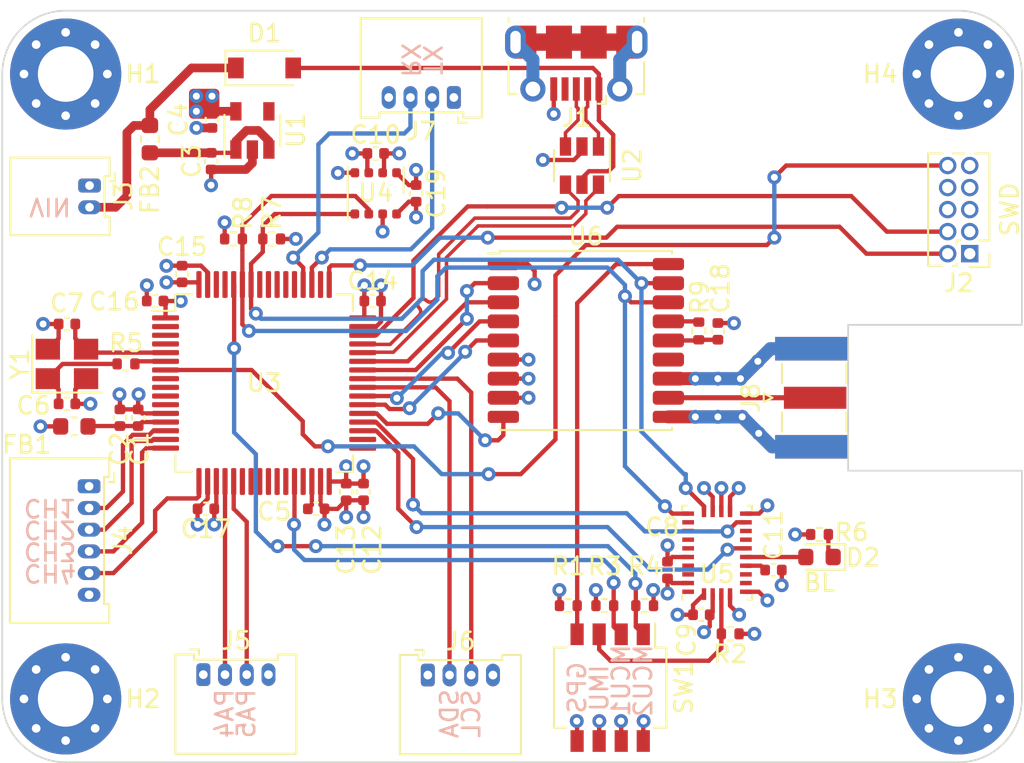
<source format=kicad_pcb>
(kicad_pcb (version 20171130) (host pcbnew "(5.1.10)-1")
  (layers (0 F.Cu signal) (1 In1.Cu power hide) (2 In2.Cu power hide) (31 B.Cu signal) (34 B.Paste user hide) (35 F.Paste user hide) (36 B.SilkS user) (37 F.SilkS user) (38 B.Mask user hide) (39 F.Mask user hide) (44 Edge.Cuts user))
  (net 0 "")
  (net 1 GND)
  (net 2 +3.3VA)
  (net 3 "Net-(C3-Pad1)")
  (net 4 +3V3)
  (net 5 "Net-(C5-Pad1)")
  (net 6 "Net-(C6-Pad1)")
  (net 7 HSE_IN)
  (net 8 "Net-(C11-Pad1)")
  (net 9 VCC_RF)
  (net 10 Vusb)
  (net 11 VDD)
  (net 12 BNO_LED)
  (net 13 "Net-(D2-Pad1)")
  (net 14 "Net-(J1-Pad6)")
  (net 15 USB_CON_D+)
  (net 16 "Net-(J1-Pad4)")
  (net 17 USB_CON_D-)
  (net 18 NRST)
  (net 19 "Net-(J2-Pad8)")
  (net 20 "Net-(J2-Pad7)")
  (net 21 "Net-(J2-Pad6)")
  (net 22 SWDIO)
  (net 23 SWCLK)
  (net 24 TIM2_CH1)
  (net 25 TIM2_CH2)
  (net 26 TIM2_CH3)
  (net 27 TIM2_CH4)
  (net 28 GPIO1)
  (net 29 GPIO2)
  (net 30 I2C3_SDA)
  (net 31 I2C3_SCL)
  (net 32 UART3_TX)
  (net 33 UART3_RX)
  (net 34 RF_IN)
  (net 35 GPS_nBOOT)
  (net 36 BNO_nBOOT)
  (net 37 BOOT1)
  (net 38 BOOT0)
  (net 39 HSE_OUT)
  (net 40 I2C1_SCL)
  (net 41 I2C1_SDA)
  (net 42 V_ANT)
  (net 43 "Net-(U1-Pad4)")
  (net 44 USB_D-)
  (net 45 USB_D+)
  (net 46 "Net-(U3-Pad62)")
  (net 47 "Net-(U3-Pad61)")
  (net 48 "Net-(U3-Pad57)")
  (net 49 "Net-(U3-Pad56)")
  (net 50 "Net-(U3-Pad55)")
  (net 51 "Net-(U3-Pad54)")
  (net 52 "Net-(U3-Pad53)")
  (net 53 "Net-(U3-Pad50)")
  (net 54 UART1_RX)
  (net 55 UART1_TX)
  (net 56 GPS_nRST)
  (net 57 GPS_INT)
  (net 58 GPS_PPS)
  (net 59 BNO_INT)
  (net 60 BNO_nRST)
  (net 61 "Net-(U3-Pad34)")
  (net 62 "Net-(U3-Pad33)")
  (net 63 "Net-(U3-Pad29)")
  (net 64 "Net-(U3-Pad27)")
  (net 65 "Net-(U3-Pad26)")
  (net 66 "Net-(U3-Pad25)")
  (net 67 "Net-(U3-Pad24)")
  (net 68 "Net-(U3-Pad23)")
  (net 69 "Net-(U3-Pad22)")
  (net 70 "Net-(U3-Pad11)")
  (net 71 "Net-(U3-Pad10)")
  (net 72 "Net-(U3-Pad9)")
  (net 73 "Net-(U3-Pad8)")
  (net 74 "Net-(U3-Pad4)")
  (net 75 "Net-(U3-Pad3)")
  (net 76 "Net-(U3-Pad2)")
  (net 77 "Net-(U5-Pad13)")
  (net 78 "Net-(U5-Pad12)")
  (net 79 "Net-(U5-Pad8)")
  (net 80 "Net-(U5-Pad7)")
  (net 81 "Net-(U5-Pad21)")
  (net 82 "Net-(U5-Pad22)")
  (net 83 "Net-(U5-Pad23)")
  (net 84 "Net-(U5-Pad24)")
  (net 85 "Net-(U5-Pad26)")
  (net 86 "Net-(U5-Pad27)")
  (net 87 "Net-(U5-Pad1)")
  (net 88 "Net-(U6-Pad13)")
  (module RF_GPS:ublox_MAX (layer F.Cu) (at 164.1 99.9)
    (fp_text reference U6 (at 0 -6) (layer F.SilkS))
    (fp_text value MAX-M8W)
    (pad 18 smd roundrect (at 4.75 -4.4) (size 1.8 0.7) (layers F.Cu F.Paste F.Mask) (net 35 GPS_nBOOT))
    (pad 17 smd roundrect (at 4.75 -3.3) (size 1.8 0.8) (layers F.Cu F.Paste F.Mask) (net 40 I2C1_SCL))
    (pad 16 smd roundrect (at 4.75 -2.2) (size 1.8 0.8) (layers F.Cu F.Paste F.Mask) (net 41 I2C1_SDA))
    (pad 15 smd roundrect (at 4.75 -1.1) (size 1.8 0.8) (layers F.Cu F.Paste F.Mask) (net 42 V_ANT))
    (pad 14 smd roundrect (at 4.75 0) (size 1.8 0.8) (layers F.Cu F.Paste F.Mask) (net 9 VCC_RF))
    (pad 13 smd roundrect (at 4.75 1.1) (size 1.8 0.8) (layers F.Cu F.Paste F.Mask) (net 88 "Net-(U6-Pad13)"))
    (pad 12 smd roundrect (at 4.75 2.2) (size 1.8 0.8) (layers F.Cu F.Paste F.Mask) (net 1 GND))
    (pad 11 smd roundrect (at 4.75 3.3) (size 1.8 0.8) (layers F.Cu F.Paste F.Mask) (net 34 RF_IN))
    (pad 10 smd roundrect (at 4.75 4.4) (size 1.8 0.7) (layers F.Cu F.Paste F.Mask) (net 1 GND))
    (pad 9 smd roundrect (at -4.75 4.4) (size 1.8 0.7) (layers F.Cu F.Paste F.Mask) (net 56 GPS_nRST))
    (pad 8 smd roundrect (at -4.75 3.3) (size 1.8 0.8) (layers F.Cu F.Paste F.Mask) (net 4 +3V3))
    (pad 7 smd roundrect (at -4.75 2.2) (size 1.8 0.8) (layers F.Cu F.Paste F.Mask) (net 4 +3V3))
    (pad 6 smd roundrect (at -4.75 1.1) (size 1.8 0.8) (layers F.Cu F.Paste F.Mask) (net 4 +3V3))
    (pad 5 smd roundrect (at -4.75 0) (size 1.8 0.8) (layers F.Cu F.Paste F.Mask) (net 57 GPS_INT))
    (pad 4 smd roundrect (at -4.75 -1.1) (size 1.8 0.8) (layers F.Cu F.Paste F.Mask) (net 58 GPS_PPS))
    (pad 3 smd roundrect (at -4.75 -2.2) (size 1.8 0.8) (layers F.Cu F.Paste F.Mask) (net 54 UART1_RX))
    (pad 2 smd roundrect (at -4.75 -3.3) (size 1.8 0.8) (layers F.Cu F.Paste F.Mask) (net 55 UART1_TX))
    (pad 1 smd roundrect (at -4.75 -4.4) (size 1.8 0.7) (layers F.Cu F.Paste F.Mask) (net 1 GND))
  )
  (module MountingHole:MountingHole_3.2mm_M3_Pad_Via (layer F.Cu) (at 185.55 84.55)
    (fp_text reference H4 (at -4.5 0) (layer F.SilkS))
    (fp_text value M3)
    (pad 1 thru_hole circle (at 1.697056 -1.697056) (size 0.8 0.8) (drill 0.5) (layers *.Cu *.Mask) (net 1 GND))
    (pad 1 thru_hole circle (at 0 -2.4) (size 0.8 0.8) (drill 0.5) (layers *.Cu *.Mask) (net 1 GND))
    (pad 1 thru_hole circle (at -1.697056 -1.697056) (size 0.8 0.8) (drill 0.5) (layers *.Cu *.Mask) (net 1 GND))
    (pad 1 thru_hole circle (at -2.4 0) (size 0.8 0.8) (drill 0.5) (layers *.Cu *.Mask) (net 1 GND))
    (pad 1 thru_hole circle (at -1.697056 1.697056) (size 0.8 0.8) (drill 0.5) (layers *.Cu *.Mask) (net 1 GND))
    (pad 1 thru_hole circle (at 0 2.4) (size 0.8 0.8) (drill 0.5) (layers *.Cu *.Mask) (net 1 GND))
    (pad 1 thru_hole circle (at 1.697056 1.697056) (size 0.8 0.8) (drill 0.5) (layers *.Cu *.Mask) (net 1 GND))
    (pad 1 thru_hole circle (at 2.4 0) (size 0.8 0.8) (drill 0.5) (layers *.Cu *.Mask) (net 1 GND))
    (pad 1 thru_hole circle (at 0 0) (size 6.4 6.4) (drill 3.2) (layers *.Cu *.Mask) (net 1 GND))
  )
  (module MountingHole:MountingHole_3.2mm_M3_Pad_Via (layer F.Cu) (at 185.55 120.55)
    (fp_text reference H3 (at -4.5 0) (layer F.SilkS))
    (fp_text value M3)
    (pad 1 thru_hole circle (at 1.697056 -1.697056) (size 0.8 0.8) (drill 0.5) (layers *.Cu *.Mask) (net 1 GND))
    (pad 1 thru_hole circle (at 0 -2.4) (size 0.8 0.8) (drill 0.5) (layers *.Cu *.Mask) (net 1 GND))
    (pad 1 thru_hole circle (at -1.697056 -1.697056) (size 0.8 0.8) (drill 0.5) (layers *.Cu *.Mask) (net 1 GND))
    (pad 1 thru_hole circle (at -2.4 0) (size 0.8 0.8) (drill 0.5) (layers *.Cu *.Mask) (net 1 GND))
    (pad 1 thru_hole circle (at -1.697056 1.697056) (size 0.8 0.8) (drill 0.5) (layers *.Cu *.Mask) (net 1 GND))
    (pad 1 thru_hole circle (at 0 2.4) (size 0.8 0.8) (drill 0.5) (layers *.Cu *.Mask) (net 1 GND))
    (pad 1 thru_hole circle (at 1.697056 1.697056) (size 0.8 0.8) (drill 0.5) (layers *.Cu *.Mask) (net 1 GND))
    (pad 1 thru_hole circle (at 2.4 0) (size 0.8 0.8) (drill 0.5) (layers *.Cu *.Mask) (net 1 GND))
    (pad 1 thru_hole circle (at 0 0) (size 6.4 6.4) (drill 3.2) (layers *.Cu *.Mask) (net 1 GND))
  )
  (module MountingHole:MountingHole_3.2mm_M3_Pad_Via (layer F.Cu) (at 134.15 120.55)
    (fp_text reference H2 (at 4.45 0) (layer F.SilkS))
    (fp_text value M3)
    (pad 1 thru_hole circle (at 1.697056 -1.697056) (size 0.8 0.8) (drill 0.5) (layers *.Cu *.Mask) (net 1 GND))
    (pad 1 thru_hole circle (at 0 -2.4) (size 0.8 0.8) (drill 0.5) (layers *.Cu *.Mask) (net 1 GND))
    (pad 1 thru_hole circle (at -1.697056 -1.697056) (size 0.8 0.8) (drill 0.5) (layers *.Cu *.Mask) (net 1 GND))
    (pad 1 thru_hole circle (at -2.4 0) (size 0.8 0.8) (drill 0.5) (layers *.Cu *.Mask) (net 1 GND))
    (pad 1 thru_hole circle (at -1.697056 1.697056) (size 0.8 0.8) (drill 0.5) (layers *.Cu *.Mask) (net 1 GND))
    (pad 1 thru_hole circle (at 0 2.4) (size 0.8 0.8) (drill 0.5) (layers *.Cu *.Mask) (net 1 GND))
    (pad 1 thru_hole circle (at 1.697056 1.697056) (size 0.8 0.8) (drill 0.5) (layers *.Cu *.Mask) (net 1 GND))
    (pad 1 thru_hole circle (at 2.4 0) (size 0.8 0.8) (drill 0.5) (layers *.Cu *.Mask) (net 1 GND))
    (pad 1 thru_hole circle (at 0 0) (size 6.4 6.4) (drill 3.2) (layers *.Cu *.Mask) (net 1 GND))
  )
  (module MountingHole:MountingHole_3.2mm_M3_Pad_Via (layer F.Cu) (at 134.15 84.55)
    (fp_text reference H1 (at 4.45 0) (layer F.SilkS))
    (fp_text value M3)
    (pad 1 thru_hole circle (at 1.697056 -1.697056) (size 0.8 0.8) (drill 0.5) (layers *.Cu *.Mask) (net 1 GND))
    (pad 1 thru_hole circle (at 0 -2.4) (size 0.8 0.8) (drill 0.5) (layers *.Cu *.Mask) (net 1 GND))
    (pad 1 thru_hole circle (at -1.697056 -1.697056) (size 0.8 0.8) (drill 0.5) (layers *.Cu *.Mask) (net 1 GND))
    (pad 1 thru_hole circle (at -2.4 0) (size 0.8 0.8) (drill 0.5) (layers *.Cu *.Mask) (net 1 GND))
    (pad 1 thru_hole circle (at -1.697056 1.697056) (size 0.8 0.8) (drill 0.5) (layers *.Cu *.Mask) (net 1 GND))
    (pad 1 thru_hole circle (at 0 2.4) (size 0.8 0.8) (drill 0.5) (layers *.Cu *.Mask) (net 1 GND))
    (pad 1 thru_hole circle (at 1.697056 1.697056) (size 0.8 0.8) (drill 0.5) (layers *.Cu *.Mask) (net 1 GND))
    (pad 1 thru_hole circle (at 2.4 0) (size 0.8 0.8) (drill 0.5) (layers *.Cu *.Mask) (net 1 GND))
    (pad 1 thru_hole circle (at 0 0) (size 6.4 6.4) (drill 3.2) (layers *.Cu *.Mask) (net 1 GND))
  )
  (module Capacitor_SMD:C_0402_1005Metric (layer F.Cu) (at 154.325 91.425 270)
    (fp_text reference C19 (at 0 -1.16 90) (layer F.SilkS))
    (fp_text value 100n)
    (pad 2 smd roundrect (at 0.48 0 270) (size 0.56 0.62) (layers F.Cu F.Paste F.Mask) (net 1 GND))
    (pad 1 smd roundrect (at -0.48 0 270) (size 0.56 0.62) (layers F.Cu F.Paste F.Mask) (net 4 +3V3))
  )
  (module Crystal:Crystal_SMD_3225-4Pin_3.2x2.5mm (layer F.Cu) (at 134.225 101.25)
    (fp_text reference Y1 (at -2.7 0 90) (layer F.SilkS))
    (fp_text value 25MHz)
    (pad 4 smd rect (at -1.1 -0.85) (size 1.4 1.2) (layers F.Cu F.Paste F.Mask) (net 1 GND))
    (pad 3 smd rect (at 1.1 -0.85) (size 1.4 1.2) (layers F.Cu F.Paste F.Mask) (net 7 HSE_IN))
    (pad 2 smd rect (at 1.1 0.85) (size 1.4 1.2) (layers F.Cu F.Paste F.Mask) (net 1 GND))
    (pad 1 smd rect (at -1.1 0.85) (size 1.4 1.2) (layers F.Cu F.Paste F.Mask) (net 6 "Net-(C6-Pad1)"))
  )
  (module Package_LGA:LGA-28_5.2x3.8mm_P0.5mm (layer F.Cu) (at 171.65 112.125 90)
    (fp_text reference U5 (at -1.225 0) (layer F.SilkS))
    (fp_text value BNO055)
    (pad 16 smd rect (at 2.3875 0.75 180) (size 0.254 0.675) (layers F.Cu F.Paste F.Mask) (net 1 GND))
    (pad 17 smd rect (at 2.3875 0.25 180) (size 0.254 0.675) (layers F.Cu F.Paste F.Mask) (net 1 GND))
    (pad 18 smd rect (at 2.3875 -0.25 180) (size 0.254 0.675) (layers F.Cu F.Paste F.Mask) (net 1 GND))
    (pad 15 smd rect (at 2.25 1.6625 90) (size 0.254 0.675) (layers F.Cu F.Paste F.Mask) (net 1 GND))
    (pad 14 smd rect (at 1.75 1.6625 90) (size 0.254 0.675) (layers F.Cu F.Paste F.Mask) (net 59 BNO_INT))
    (pad 13 smd rect (at 1.25 1.6625 90) (size 0.254 0.675) (layers F.Cu F.Paste F.Mask) (net 77 "Net-(U5-Pad13)"))
    (pad 12 smd rect (at 0.75 1.6625 90) (size 0.254 0.675) (layers F.Cu F.Paste F.Mask) (net 78 "Net-(U5-Pad12)"))
    (pad 11 smd rect (at 0.25 1.6625 90) (size 0.254 0.675) (layers F.Cu F.Paste F.Mask) (net 60 BNO_nRST))
    (pad 10 smd rect (at -0.25 1.6625 90) (size 0.254 0.675) (layers F.Cu F.Paste F.Mask) (net 12 BNO_LED))
    (pad 9 smd rect (at -0.75 1.6625 90) (size 0.254 0.675) (layers F.Cu F.Paste F.Mask) (net 8 "Net-(C11-Pad1)"))
    (pad 8 smd rect (at -1.25 1.6625 90) (size 0.254 0.675) (layers F.Cu F.Paste F.Mask) (net 79 "Net-(U5-Pad8)"))
    (pad 7 smd rect (at -1.75 1.6625 90) (size 0.254 0.675) (layers F.Cu F.Paste F.Mask) (net 80 "Net-(U5-Pad7)"))
    (pad 20 smd rect (at 2.25 -1.6625 90) (size 0.254 0.675) (layers F.Cu F.Paste F.Mask) (net 41 I2C1_SDA))
    (pad 21 smd rect (at 1.75 -1.6625 90) (size 0.254 0.675) (layers F.Cu F.Paste F.Mask) (net 81 "Net-(U5-Pad21)"))
    (pad 22 smd rect (at 1.25 -1.6625 90) (size 0.254 0.675) (layers F.Cu F.Paste F.Mask) (net 82 "Net-(U5-Pad22)"))
    (pad 23 smd rect (at 0.75 -1.6625 90) (size 0.254 0.675) (layers F.Cu F.Paste F.Mask) (net 83 "Net-(U5-Pad23)"))
    (pad 24 smd rect (at 0.25 -1.6625 90) (size 0.254 0.675) (layers F.Cu F.Paste F.Mask) (net 84 "Net-(U5-Pad24)"))
    (pad 25 smd rect (at -0.25 -1.6625 90) (size 0.254 0.675) (layers F.Cu F.Paste F.Mask) (net 1 GND))
    (pad 26 smd rect (at -0.75 -1.6625 90) (size 0.254 0.675) (layers F.Cu F.Paste F.Mask) (net 85 "Net-(U5-Pad26)"))
    (pad 27 smd rect (at -1.25 -1.6625 90) (size 0.254 0.675) (layers F.Cu F.Paste F.Mask) (net 86 "Net-(U5-Pad27)"))
    (pad 28 smd rect (at -1.75 -1.6625 90) (size 0.254 0.675) (layers F.Cu F.Paste F.Mask) (net 4 +3V3))
    (pad 5 smd rect (at -2.3875 0.75 180) (size 0.254 0.675) (layers F.Cu F.Paste F.Mask) (net 1 GND))
    (pad 4 smd rect (at -2.3875 0.25 180) (size 0.254 0.675) (layers F.Cu F.Paste F.Mask) (net 36 BNO_nBOOT))
    (pad 3 smd rect (at -2.3875 -0.25 180) (size 0.254 0.675) (layers F.Cu F.Paste F.Mask) (net 4 +3V3))
    (pad 1 smd rect (at -2.25 -1.6625 90) (size 0.254 0.675) (layers F.Cu F.Paste F.Mask) (net 87 "Net-(U5-Pad1)"))
    (pad 2 smd rect (at -2.3875 -0.75 180) (size 0.254 0.675) (layers F.Cu F.Paste F.Mask) (net 1 GND))
    (pad 6 smd rect (at -2.25 1.6625 90) (size 0.254 0.675) (layers F.Cu F.Paste F.Mask) (net 1 GND))
    (pad 19 smd rect (at 2.3875 -0.75 180) (size 0.254 0.675) (layers F.Cu F.Paste F.Mask) (net 40 I2C1_SCL))
  )
  (module Package_LGA:Bosch_LGA-8_3x3mm_P0.8mm_ClockwisePinNumbering (layer F.Cu) (at 152 91.425 180)
    (fp_text reference U4 (at 0 0.025) (layer F.SilkS))
    (fp_text value BME680)
    (pad 8 smd roundrect (at -1.2 1.1875 180) (size 0.5 0.525) (layers F.Cu F.Paste F.Mask) (net 4 +3V3))
    (pad 7 smd roundrect (at -0.4 1.1875 180) (size 0.5 0.525) (layers F.Cu F.Paste F.Mask) (net 1 GND))
    (pad 6 smd roundrect (at 0.4 1.1875 180) (size 0.5 0.525) (layers F.Cu F.Paste F.Mask) (net 4 +3V3))
    (pad 5 smd roundrect (at 1.2 1.1875 180) (size 0.5 0.525) (layers F.Cu F.Paste F.Mask) (net 1 GND))
    (pad 4 smd roundrect (at 1.2 -1.1875 180) (size 0.5 0.525) (layers F.Cu F.Paste F.Mask) (net 40 I2C1_SCL))
    (pad 3 smd roundrect (at 0.4 -1.1875 180) (size 0.5 0.525) (layers F.Cu F.Paste F.Mask) (net 41 I2C1_SDA))
    (pad 2 smd roundrect (at -0.4 -1.1875 180) (size 0.5 0.525) (layers F.Cu F.Paste F.Mask) (net 4 +3V3))
    (pad 1 smd roundrect (at -1.2 -1.1875 180) (size 0.5 0.525) (layers F.Cu F.Paste F.Mask) (net 1 GND))
  )
  (module Package_QFP:LQFP-64_10x10mm_P0.5mm (layer F.Cu) (at 145.575 102.35)
    (fp_text reference U3 (at 0 0) (layer F.SilkS))
    (fp_text value STM32F412RGT6)
    (pad 64 smd roundrect (at -3.75 -5.675) (size 0.3 1.55) (layers F.Cu F.Paste F.Mask) (net 4 +3V3))
    (pad 63 smd roundrect (at -3.25 -5.675) (size 0.3 1.55) (layers F.Cu F.Paste F.Mask) (net 1 GND))
    (pad 62 smd roundrect (at -2.75 -5.675) (size 0.3 1.55) (layers F.Cu F.Paste F.Mask) (net 46 "Net-(U3-Pad62)"))
    (pad 61 smd roundrect (at -2.25 -5.675) (size 0.3 1.55) (layers F.Cu F.Paste F.Mask) (net 47 "Net-(U3-Pad61)"))
    (pad 60 smd roundrect (at -1.75 -5.675) (size 0.3 1.55) (layers F.Cu F.Paste F.Mask) (net 38 BOOT0))
    (pad 59 smd roundrect (at -1.25 -5.675) (size 0.3 1.55) (layers F.Cu F.Paste F.Mask) (net 41 I2C1_SDA))
    (pad 58 smd roundrect (at -0.75 -5.675) (size 0.3 1.55) (layers F.Cu F.Paste F.Mask) (net 40 I2C1_SCL))
    (pad 57 smd roundrect (at -0.25 -5.675) (size 0.3 1.55) (layers F.Cu F.Paste F.Mask) (net 48 "Net-(U3-Pad57)"))
    (pad 56 smd roundrect (at 0.25 -5.675) (size 0.3 1.55) (layers F.Cu F.Paste F.Mask) (net 49 "Net-(U3-Pad56)"))
    (pad 55 smd roundrect (at 0.75 -5.675) (size 0.3 1.55) (layers F.Cu F.Paste F.Mask) (net 50 "Net-(U3-Pad55)"))
    (pad 54 smd roundrect (at 1.25 -5.675) (size 0.3 1.55) (layers F.Cu F.Paste F.Mask) (net 51 "Net-(U3-Pad54)"))
    (pad 53 smd roundrect (at 1.75 -5.675) (size 0.3 1.55) (layers F.Cu F.Paste F.Mask) (net 52 "Net-(U3-Pad53)"))
    (pad 52 smd roundrect (at 2.25 -5.675) (size 0.3 1.55) (layers F.Cu F.Paste F.Mask) (net 33 UART3_RX))
    (pad 51 smd roundrect (at 2.75 -5.675) (size 0.3 1.55) (layers F.Cu F.Paste F.Mask) (net 32 UART3_TX))
    (pad 50 smd roundrect (at 3.25 -5.675) (size 0.3 1.55) (layers F.Cu F.Paste F.Mask) (net 53 "Net-(U3-Pad50)"))
    (pad 49 smd roundrect (at 3.75 -5.675) (size 0.3 1.55) (layers F.Cu F.Paste F.Mask) (net 23 SWCLK))
    (pad 48 smd roundrect (at 5.675 -3.75) (size 1.55 0.3) (layers F.Cu F.Paste F.Mask) (net 4 +3V3))
    (pad 47 smd roundrect (at 5.675 -3.25) (size 1.55 0.3) (layers F.Cu F.Paste F.Mask) (net 1 GND))
    (pad 46 smd roundrect (at 5.675 -2.75) (size 1.55 0.3) (layers F.Cu F.Paste F.Mask) (net 22 SWDIO))
    (pad 45 smd roundrect (at 5.675 -2.25) (size 1.55 0.3) (layers F.Cu F.Paste F.Mask) (net 45 USB_D+))
    (pad 44 smd roundrect (at 5.675 -1.75) (size 1.55 0.3) (layers F.Cu F.Paste F.Mask) (net 44 USB_D-))
    (pad 43 smd roundrect (at 5.675 -1.25) (size 1.55 0.3) (layers F.Cu F.Paste F.Mask) (net 54 UART1_RX))
    (pad 42 smd roundrect (at 5.675 -0.75) (size 1.55 0.3) (layers F.Cu F.Paste F.Mask) (net 55 UART1_TX))
    (pad 41 smd roundrect (at 5.675 -0.25) (size 1.55 0.3) (layers F.Cu F.Paste F.Mask) (net 31 I2C3_SCL))
    (pad 40 smd roundrect (at 5.675 0.25) (size 1.55 0.3) (layers F.Cu F.Paste F.Mask) (net 30 I2C3_SDA))
    (pad 39 smd roundrect (at 5.675 0.75) (size 1.55 0.3) (layers F.Cu F.Paste F.Mask) (net 58 GPS_PPS))
    (pad 38 smd roundrect (at 5.675 1.25) (size 1.55 0.3) (layers F.Cu F.Paste F.Mask) (net 57 GPS_INT))
    (pad 37 smd roundrect (at 5.675 1.75) (size 1.55 0.3) (layers F.Cu F.Paste F.Mask) (net 56 GPS_nRST))
    (pad 36 smd roundrect (at 5.675 2.25) (size 1.55 0.3) (layers F.Cu F.Paste F.Mask) (net 59 BNO_INT))
    (pad 35 smd roundrect (at 5.675 2.75) (size 1.55 0.3) (layers F.Cu F.Paste F.Mask) (net 60 BNO_nRST))
    (pad 34 smd roundrect (at 5.675 3.25) (size 1.55 0.3) (layers F.Cu F.Paste F.Mask) (net 61 "Net-(U3-Pad34)"))
    (pad 33 smd roundrect (at 5.675 3.75) (size 1.55 0.3) (layers F.Cu F.Paste F.Mask) (net 62 "Net-(U3-Pad33)"))
    (pad 32 smd roundrect (at 3.75 5.675) (size 0.3 1.55) (layers F.Cu F.Paste F.Mask) (net 4 +3V3))
    (pad 31 smd roundrect (at 3.25 5.675) (size 0.3 1.55) (layers F.Cu F.Paste F.Mask) (net 1 GND))
    (pad 30 smd roundrect (at 2.75 5.675) (size 0.3 1.55) (layers F.Cu F.Paste F.Mask) (net 5 "Net-(C5-Pad1)"))
    (pad 29 smd roundrect (at 2.25 5.675) (size 0.3 1.55) (layers F.Cu F.Paste F.Mask) (net 63 "Net-(U3-Pad29)"))
    (pad 28 smd roundrect (at 1.75 5.675) (size 0.3 1.55) (layers F.Cu F.Paste F.Mask) (net 37 BOOT1))
    (pad 27 smd roundrect (at 1.25 5.675) (size 0.3 1.55) (layers F.Cu F.Paste F.Mask) (net 64 "Net-(U3-Pad27)"))
    (pad 26 smd roundrect (at 0.75 5.675) (size 0.3 1.55) (layers F.Cu F.Paste F.Mask) (net 65 "Net-(U3-Pad26)"))
    (pad 25 smd roundrect (at 0.25 5.675) (size 0.3 1.55) (layers F.Cu F.Paste F.Mask) (net 66 "Net-(U3-Pad25)"))
    (pad 24 smd roundrect (at -0.25 5.675) (size 0.3 1.55) (layers F.Cu F.Paste F.Mask) (net 67 "Net-(U3-Pad24)"))
    (pad 23 smd roundrect (at -0.75 5.675) (size 0.3 1.55) (layers F.Cu F.Paste F.Mask) (net 68 "Net-(U3-Pad23)"))
    (pad 22 smd roundrect (at -1.25 5.675) (size 0.3 1.55) (layers F.Cu F.Paste F.Mask) (net 69 "Net-(U3-Pad22)"))
    (pad 21 smd roundrect (at -1.75 5.675) (size 0.3 1.55) (layers F.Cu F.Paste F.Mask) (net 29 GPIO2))
    (pad 20 smd roundrect (at -2.25 5.675) (size 0.3 1.55) (layers F.Cu F.Paste F.Mask) (net 28 GPIO1))
    (pad 19 smd roundrect (at -2.75 5.675) (size 0.3 1.55) (layers F.Cu F.Paste F.Mask) (net 4 +3V3))
    (pad 18 smd roundrect (at -3.25 5.675) (size 0.3 1.55) (layers F.Cu F.Paste F.Mask) (net 1 GND))
    (pad 17 smd roundrect (at -3.75 5.675) (size 0.3 1.55) (layers F.Cu F.Paste F.Mask) (net 27 TIM2_CH4))
    (pad 16 smd roundrect (at -5.675 3.75) (size 1.55 0.3) (layers F.Cu F.Paste F.Mask) (net 26 TIM2_CH3))
    (pad 15 smd roundrect (at -5.675 3.25) (size 1.55 0.3) (layers F.Cu F.Paste F.Mask) (net 25 TIM2_CH2))
    (pad 14 smd roundrect (at -5.675 2.75) (size 1.55 0.3) (layers F.Cu F.Paste F.Mask) (net 24 TIM2_CH1))
    (pad 13 smd roundrect (at -5.675 2.25) (size 1.55 0.3) (layers F.Cu F.Paste F.Mask) (net 2 +3.3VA))
    (pad 12 smd roundrect (at -5.675 1.75) (size 1.55 0.3) (layers F.Cu F.Paste F.Mask) (net 1 GND))
    (pad 11 smd roundrect (at -5.675 1.25) (size 1.55 0.3) (layers F.Cu F.Paste F.Mask) (net 70 "Net-(U3-Pad11)"))
    (pad 10 smd roundrect (at -5.675 0.75) (size 1.55 0.3) (layers F.Cu F.Paste F.Mask) (net 71 "Net-(U3-Pad10)"))
    (pad 9 smd roundrect (at -5.675 0.25) (size 1.55 0.3) (layers F.Cu F.Paste F.Mask) (net 72 "Net-(U3-Pad9)"))
    (pad 8 smd roundrect (at -5.675 -0.25) (size 1.55 0.3) (layers F.Cu F.Paste F.Mask) (net 73 "Net-(U3-Pad8)"))
    (pad 7 smd roundrect (at -5.675 -0.75) (size 1.55 0.3) (layers F.Cu F.Paste F.Mask) (net 18 NRST))
    (pad 6 smd roundrect (at -5.675 -1.25) (size 1.55 0.3) (layers F.Cu F.Paste F.Mask) (net 39 HSE_OUT))
    (pad 5 smd roundrect (at -5.675 -1.75) (size 1.55 0.3) (layers F.Cu F.Paste F.Mask) (net 7 HSE_IN))
    (pad 4 smd roundrect (at -5.675 -2.25) (size 1.55 0.3) (layers F.Cu F.Paste F.Mask) (net 74 "Net-(U3-Pad4)"))
    (pad 3 smd roundrect (at -5.675 -2.75) (size 1.55 0.3) (layers F.Cu F.Paste F.Mask) (net 75 "Net-(U3-Pad3)"))
    (pad 2 smd roundrect (at -5.675 -3.25) (size 1.55 0.3) (layers F.Cu F.Paste F.Mask) (net 76 "Net-(U3-Pad2)"))
    (pad 1 smd roundrect (at -5.675 -3.75) (size 1.55 0.3) (layers F.Cu F.Paste F.Mask) (net 4 +3V3))
  )
  (module Package_TO_SOT_SMD:SOT-23-6 (layer F.Cu) (at 163.875 89.825 270)
    (fp_text reference U2 (at 0 -2.9 90) (layer F.SilkS))
    (fp_text value USBLC6-2SC6)
    (pad 5 smd rect (at 1.1 0 270) (size 1.06 0.65) (layers F.Cu F.Paste F.Mask) (net 10 Vusb))
    (pad 6 smd rect (at 1.1 -0.95 270) (size 1.06 0.65) (layers F.Cu F.Paste F.Mask) (net 44 USB_D-))
    (pad 4 smd rect (at 1.1 0.95 270) (size 1.06 0.65) (layers F.Cu F.Paste F.Mask) (net 45 USB_D+))
    (pad 3 smd rect (at -1.1 0.95 270) (size 1.06 0.65) (layers F.Cu F.Paste F.Mask) (net 15 USB_CON_D+))
    (pad 2 smd rect (at -1.1 0 270) (size 1.06 0.65) (layers F.Cu F.Paste F.Mask) (net 1 GND))
    (pad 1 smd rect (at -1.1 -0.95 270) (size 1.06 0.65) (layers F.Cu F.Paste F.Mask) (net 17 USB_CON_D-))
  )
  (module Package_TO_SOT_SMD:SOT-23-5 (layer F.Cu) (at 144.9 87.8 90)
    (fp_text reference U1 (at 0 2.5 270) (layer F.SilkS))
    (fp_text value XC6220B331MR)
    (pad 5 smd rect (at 1.1 -0.95 90) (size 1.06 0.65) (layers F.Cu F.Paste F.Mask) (net 4 +3V3))
    (pad 4 smd rect (at 1.1 0.95 90) (size 1.06 0.65) (layers F.Cu F.Paste F.Mask) (net 43 "Net-(U1-Pad4)"))
    (pad 3 smd rect (at -1.1 0.95 90) (size 1.06 0.65) (layers F.Cu F.Paste F.Mask) (net 3 "Net-(C3-Pad1)"))
    (pad 2 smd rect (at -1.1 0 90) (size 1.06 0.65) (layers F.Cu F.Paste F.Mask) (net 1 GND))
    (pad 1 smd rect (at -1.1 -0.95 90) (size 1.06 0.65) (layers F.Cu F.Paste F.Mask) (net 3 "Net-(C3-Pad1)"))
  )
  (module Button_Switch_SMD:SW_DIP_SPSTx04_Slide_Omron_A6H-4101_W6.15mm_P1.27mm (layer F.Cu) (at 165.5 119.9 270)
    (fp_text reference SW1 (at 0 -4.235 90) (layer F.SilkS))
    (fp_text value BOOT)
    (pad 8 smd rect (at 3.075 -1.905 270) (size 1.25 0.76) (layers F.Cu F.Paste F.Mask) (net 1 GND))
    (pad 4 smd rect (at -3.075 1.905 270) (size 1.25 0.76) (layers F.Cu F.Paste F.Mask) (net 35 GPS_nBOOT))
    (pad 7 smd rect (at 3.075 -0.635 270) (size 1.25 0.76) (layers F.Cu F.Paste F.Mask) (net 1 GND))
    (pad 3 smd rect (at -3.075 0.635 270) (size 1.25 0.76) (layers F.Cu F.Paste F.Mask) (net 36 BNO_nBOOT))
    (pad 6 smd rect (at 3.075 0.635 270) (size 1.25 0.76) (layers F.Cu F.Paste F.Mask) (net 1 GND))
    (pad 2 smd rect (at -3.075 -0.635 270) (size 1.25 0.76) (layers F.Cu F.Paste F.Mask) (net 37 BOOT1))
    (pad 5 smd rect (at 3.075 1.905 270) (size 1.25 0.76) (layers F.Cu F.Paste F.Mask) (net 1 GND))
    (pad 1 smd rect (at -3.075 -1.905 270) (size 1.25 0.76) (layers F.Cu F.Paste F.Mask) (net 38 BOOT0))
  )
  (module Resistor_SMD:R_0402_1005Metric (layer F.Cu) (at 170.6 99.35 270)
    (fp_text reference R9 (at -1.95 -0.05 90) (layer F.SilkS))
    (fp_text value 10)
    (pad 2 smd roundrect (at 0.51 0 270) (size 0.54 0.64) (layers F.Cu F.Paste F.Mask) (net 9 VCC_RF))
    (pad 1 smd roundrect (at -0.51 0 270) (size 0.54 0.64) (layers F.Cu F.Paste F.Mask) (net 42 V_ANT))
  )
  (module Resistor_SMD:R_0402_1005Metric (layer F.Cu) (at 143.815 94.05)
    (fp_text reference R8 (at 0.535 -1.5 90) (layer F.SilkS))
    (fp_text value 4k7)
    (pad 2 smd roundrect (at 0.51 0) (size 0.54 0.64) (layers F.Cu F.Paste F.Mask) (net 41 I2C1_SDA))
    (pad 1 smd roundrect (at -0.51 0) (size 0.54 0.64) (layers F.Cu F.Paste F.Mask) (net 4 +3V3))
  )
  (module Resistor_SMD:R_0402_1005Metric (layer F.Cu) (at 146.01 94.05 180)
    (fp_text reference R7 (at 0 1.5 90) (layer F.SilkS))
    (fp_text value 4k7)
    (pad 2 smd roundrect (at 0.51 0 180) (size 0.54 0.64) (layers F.Cu F.Paste F.Mask) (net 40 I2C1_SCL))
    (pad 1 smd roundrect (at -0.51 0 180) (size 0.54 0.64) (layers F.Cu F.Paste F.Mask) (net 4 +3V3))
  )
  (module Resistor_SMD:R_0402_1005Metric (layer F.Cu) (at 177.55 111.075 180)
    (fp_text reference R6 (at -1.85 0.125) (layer F.SilkS))
    (fp_text value 550)
    (pad 2 smd roundrect (at 0.51 0 180) (size 0.54 0.64) (layers F.Cu F.Paste F.Mask) (net 1 GND))
    (pad 1 smd roundrect (at -0.51 0 180) (size 0.54 0.64) (layers F.Cu F.Paste F.Mask) (net 13 "Net-(D2-Pad1)"))
  )
  (module Resistor_SMD:R_0402_1005Metric (layer F.Cu) (at 137.625 101.25 180)
    (fp_text reference R5 (at 0 1.2) (layer F.SilkS))
    (fp_text value 47)
    (pad 2 smd roundrect (at 0.51 0 180) (size 0.54 0.64) (layers F.Cu F.Paste F.Mask) (net 6 "Net-(C6-Pad1)"))
    (pad 1 smd roundrect (at -0.51 0 180) (size 0.54 0.64) (layers F.Cu F.Paste F.Mask) (net 39 HSE_OUT))
  )
  (module Resistor_SMD:R_0402_1005Metric (layer F.Cu) (at 167.485 115.175 180)
    (fp_text reference R4 (at 0 2.275 180) (layer F.SilkS))
    (fp_text value 10k)
    (pad 2 smd roundrect (at 0.51 0 180) (size 0.54 0.64) (layers F.Cu F.Paste F.Mask) (net 38 BOOT0))
    (pad 1 smd roundrect (at -0.51 0 180) (size 0.54 0.64) (layers F.Cu F.Paste F.Mask) (net 4 +3V3))
  )
  (module Resistor_SMD:R_0402_1005Metric (layer F.Cu) (at 165.19 115.175)
    (fp_text reference R3 (at 0 -2.275) (layer F.SilkS))
    (fp_text value 10k)
    (pad 2 smd roundrect (at 0.51 0) (size 0.54 0.64) (layers F.Cu F.Paste F.Mask) (net 37 BOOT1))
    (pad 1 smd roundrect (at -0.51 0) (size 0.54 0.64) (layers F.Cu F.Paste F.Mask) (net 4 +3V3))
  )
  (module Resistor_SMD:R_0402_1005Metric (layer F.Cu) (at 172.41 116.8 180)
    (fp_text reference R2 (at 0 -1.17) (layer F.SilkS))
    (fp_text value 10k)
    (pad 2 smd roundrect (at 0.51 0 180) (size 0.54 0.64) (layers F.Cu F.Paste F.Mask) (net 36 BNO_nBOOT))
    (pad 1 smd roundrect (at -0.51 0 180) (size 0.54 0.64) (layers F.Cu F.Paste F.Mask) (net 4 +3V3))
  )
  (module Resistor_SMD:R_0402_1005Metric (layer F.Cu) (at 163.09 115.175)
    (fp_text reference R1 (at 0.01 -2.275) (layer F.SilkS))
    (fp_text value 10k)
    (pad 2 smd roundrect (at 0.51 0) (size 0.54 0.64) (layers F.Cu F.Paste F.Mask) (net 35 GPS_nBOOT))
    (pad 1 smd roundrect (at -0.51 0) (size 0.54 0.64) (layers F.Cu F.Paste F.Mask) (net 4 +3V3))
  )
  (module Connector_Coaxial:SMA_Samtec_SMA-J-P-X-ST-EM1_EdgeMount (layer F.Cu) (at 177.1 103.2 90)
    (fp_text reference J8 (at 0 -3.5 90) (layer F.SilkS))
    (fp_text value SMA)
    (pad 1 smd rect (at 0 0.2 90) (size 1.27 3.6) (layers F.Cu F.Paste F.Mask) (net 34 RF_IN))
    (pad 2 smd rect (at 2.825 0 90) (size 1.35 4.2) (layers F.Cu F.Paste F.Mask) (net 1 GND))
    (pad 2 smd rect (at -2.825 0 90) (size 1.35 4.2) (layers F.Cu F.Paste F.Mask) (net 1 GND))
    (pad 2 smd rect (at 2.825 0 90) (size 1.35 4.2) (layers B.Cu B.Paste B.Mask) (net 1 GND))
    (pad 2 smd rect (at -2.825 0 90) (size 1.35 4.2) (layers B.Cu B.Paste B.Mask) (net 1 GND))
  )
  (module Connector_Molex:Molex_PicoBlade_53048-0410_1x04_P1.25mm_Horizontal (layer F.Cu) (at 156.5 85.9 180)
    (fp_text reference J7 (at 1.88 -1.95) (layer F.SilkS))
    (fp_text value UART)
    (pad 4 thru_hole oval (at 3.75 0 180) (size 0.8 1.3) (drill 0.5) (layers *.Cu *.Mask) (net 4 +3V3))
    (pad 3 thru_hole oval (at 2.5 0 180) (size 0.8 1.3) (drill 0.5) (layers *.Cu *.Mask) (net 33 UART3_RX))
    (pad 2 thru_hole oval (at 1.25 0 180) (size 0.8 1.3) (drill 0.5) (layers *.Cu *.Mask) (net 32 UART3_TX))
    (pad 1 thru_hole roundrect (at 0 0 180) (size 0.8 1.3) (drill 0.5) (layers *.Cu *.Mask) (net 1 GND))
  )
  (module Connector_Molex:Molex_PicoBlade_53048-0410_1x04_P1.25mm_Horizontal (layer F.Cu) (at 155 119.175)
    (fp_text reference J6 (at 1.88 -1.95) (layer F.SilkS))
    (fp_text value I2C)
    (pad 4 thru_hole oval (at 3.75 0) (size 0.8 1.3) (drill 0.5) (layers *.Cu *.Mask) (net 4 +3V3))
    (pad 3 thru_hole oval (at 2.5 0) (size 0.8 1.3) (drill 0.5) (layers *.Cu *.Mask) (net 31 I2C3_SCL))
    (pad 2 thru_hole oval (at 1.25 0) (size 0.8 1.3) (drill 0.5) (layers *.Cu *.Mask) (net 30 I2C3_SDA))
    (pad 1 thru_hole roundrect (at 0 0) (size 0.8 1.3) (drill 0.5) (layers *.Cu *.Mask) (net 1 GND))
  )
  (module Connector_Molex:Molex_PicoBlade_53048-0410_1x04_P1.25mm_Horizontal (layer F.Cu) (at 142.075 119.15)
    (fp_text reference J5 (at 1.88 -1.95) (layer F.SilkS))
    (fp_text value GPIO)
    (pad 4 thru_hole oval (at 3.75 0) (size 0.8 1.3) (drill 0.5) (layers *.Cu *.Mask) (net 4 +3V3))
    (pad 3 thru_hole oval (at 2.5 0) (size 0.8 1.3) (drill 0.5) (layers *.Cu *.Mask) (net 29 GPIO2))
    (pad 2 thru_hole oval (at 1.25 0) (size 0.8 1.3) (drill 0.5) (layers *.Cu *.Mask) (net 28 GPIO1))
    (pad 1 thru_hole roundrect (at 0 0) (size 0.8 1.3) (drill 0.5) (layers *.Cu *.Mask) (net 1 GND))
  )
  (module Connector_Molex:Molex_PicoBlade_53048-0610_1x06_P1.25mm_Horizontal (layer F.Cu) (at 135.5 108.3 270)
    (fp_text reference J4 (at 3.12 -1.95 90) (layer F.SilkS))
    (fp_text value PWM)
    (pad 6 thru_hole oval (at 6.25 0 270) (size 0.8 1.3) (drill 0.5) (layers *.Cu *.Mask) (net 4 +3V3))
    (pad 5 thru_hole oval (at 5 0 270) (size 0.8 1.3) (drill 0.5) (layers *.Cu *.Mask) (net 27 TIM2_CH4))
    (pad 4 thru_hole oval (at 3.75 0 270) (size 0.8 1.3) (drill 0.5) (layers *.Cu *.Mask) (net 26 TIM2_CH3))
    (pad 3 thru_hole oval (at 2.5 0 270) (size 0.8 1.3) (drill 0.5) (layers *.Cu *.Mask) (net 25 TIM2_CH2))
    (pad 2 thru_hole oval (at 1.25 0 270) (size 0.8 1.3) (drill 0.5) (layers *.Cu *.Mask) (net 24 TIM2_CH1))
    (pad 1 thru_hole roundrect (at 0 0 270) (size 0.8 1.3) (drill 0.5) (layers *.Cu *.Mask) (net 1 GND))
  )
  (module Connector_Molex:Molex_PicoBlade_53048-0210_1x02_P1.25mm_Horizontal (layer F.Cu) (at 135.525 90.975 270)
    (fp_text reference J3 (at 0.62 -1.95 90) (layer F.SilkS))
    (fp_text value VIN)
    (pad 2 thru_hole oval (at 1.25 0 270) (size 0.8 1.3) (drill 0.5) (layers *.Cu *.Mask) (net 11 VDD))
    (pad 1 thru_hole roundrect (at 0 0 270) (size 0.8 1.3) (drill 0.5) (layers *.Cu *.Mask) (net 1 GND))
  )
  (module Connector_PinHeader_1.27mm:PinHeader_2x05_P1.27mm_Vertical (layer F.Cu) (at 186.2 94.9 180)
    (fp_text reference J2 (at 0.635 -1.695) (layer F.SilkS))
    (fp_text value SWD)
    (pad 10 thru_hole oval (at 1.27 5.08 180) (size 1 1) (drill 0.65) (layers *.Cu *.Mask) (net 18 NRST))
    (pad 9 thru_hole oval (at 0 5.08 180) (size 1 1) (drill 0.65) (layers *.Cu *.Mask) (net 1 GND))
    (pad 8 thru_hole oval (at 1.27 3.81 180) (size 1 1) (drill 0.65) (layers *.Cu *.Mask) (net 19 "Net-(J2-Pad8)"))
    (pad 7 thru_hole oval (at 0 3.81 180) (size 1 1) (drill 0.65) (layers *.Cu *.Mask) (net 20 "Net-(J2-Pad7)"))
    (pad 6 thru_hole oval (at 1.27 2.54 180) (size 1 1) (drill 0.65) (layers *.Cu *.Mask) (net 21 "Net-(J2-Pad6)"))
    (pad 5 thru_hole oval (at 0 2.54 180) (size 1 1) (drill 0.65) (layers *.Cu *.Mask) (net 1 GND))
    (pad 4 thru_hole oval (at 1.27 1.27 180) (size 1 1) (drill 0.65) (layers *.Cu *.Mask) (net 22 SWDIO))
    (pad 3 thru_hole oval (at 0 1.27 180) (size 1 1) (drill 0.65) (layers *.Cu *.Mask) (net 1 GND))
    (pad 2 thru_hole oval (at 1.27 0 180) (size 1 1) (drill 0.65) (layers *.Cu *.Mask) (net 23 SWCLK))
    (pad 1 thru_hole rect (at 0 0 180) (size 1 1) (drill 0.65) (layers *.Cu *.Mask) (net 4 +3V3))
  )
  (module Connector_USB:USB_Micro-B_Molex-105017-0001 (layer F.Cu) (at 163.55 83.95 180)
    (fp_text reference J1 (at 0 -3.1125) (layer F.SilkS))
    (fp_text value USB_B_Micro)
    (pad 6 smd rect (at -2.9 1.2375 180) (size 1.2 1.9) (layers F.Cu F.Mask) (net 14 "Net-(J1-Pad6)"))
    (pad 6 smd rect (at 2.9 1.2375 180) (size 1.2 1.9) (layers F.Cu F.Mask) (net 14 "Net-(J1-Pad6)"))
    (pad 6 thru_hole oval (at 3.5 1.2375 180) (size 1.2 1.9) (drill oval 0.6 1.3) (layers *.Cu *.Mask) (net 14 "Net-(J1-Pad6)"))
    (pad 6 thru_hole oval (at -3.5 1.2375) (size 1.2 1.9) (drill oval 0.6 1.3) (layers *.Cu *.Mask) (net 14 "Net-(J1-Pad6)"))
    (pad 6 smd rect (at -1 1.2375 180) (size 1.5 1.9) (layers F.Cu F.Paste F.Mask) (net 14 "Net-(J1-Pad6)"))
    (pad 6 thru_hole circle (at 2.5 -1.4625 180) (size 1.45 1.45) (drill 0.85) (layers *.Cu *.Mask) (net 14 "Net-(J1-Pad6)"))
    (pad 3 smd rect (at 0 -1.4625 180) (size 0.4 1.35) (layers F.Cu F.Paste F.Mask) (net 15 USB_CON_D+))
    (pad 4 smd rect (at 0.65 -1.4625 180) (size 0.4 1.35) (layers F.Cu F.Paste F.Mask) (net 16 "Net-(J1-Pad4)"))
    (pad 5 smd rect (at 1.3 -1.4625 180) (size 0.4 1.35) (layers F.Cu F.Paste F.Mask) (net 1 GND))
    (pad 1 smd rect (at -1.3 -1.4625 180) (size 0.4 1.35) (layers F.Cu F.Paste F.Mask) (net 10 Vusb))
    (pad 2 smd rect (at -0.65 -1.4625 180) (size 0.4 1.35) (layers F.Cu F.Paste F.Mask) (net 17 USB_CON_D-))
    (pad 6 thru_hole circle (at -2.5 -1.4625 180) (size 1.45 1.45) (drill 0.85) (layers *.Cu *.Mask) (net 14 "Net-(J1-Pad6)"))
    (pad 6 smd rect (at 1 1.2375 180) (size 1.5 1.9) (layers F.Cu F.Paste F.Mask) (net 14 "Net-(J1-Pad6)"))
  )
  (module Inductor_SMD:L_0603_1608Metric (layer F.Cu) (at 139 88.3 90)
    (fp_text reference FB2 (at -2.9125 0 90) (layer F.SilkS))
    (fp_text value 100R)
    (pad 2 smd roundrect (at 0.7875 0 90) (size 0.875 0.95) (layers F.Cu F.Paste F.Mask) (net 11 VDD))
    (pad 1 smd roundrect (at -0.7875 0 90) (size 0.875 0.95) (layers F.Cu F.Paste F.Mask) (net 3 "Net-(C3-Pad1)"))
  )
  (module Inductor_SMD:L_0603_1608Metric (layer F.Cu) (at 134.65 104.85 180)
    (fp_text reference FB1 (at 2.75 -1.05 180) (layer F.SilkS))
    (fp_text value 100R)
    (pad 2 smd roundrect (at 0.7875 0 180) (size 0.875 0.95) (layers F.Cu F.Paste F.Mask) (net 4 +3V3))
    (pad 1 smd roundrect (at -0.7875 0 180) (size 0.875 0.95) (layers F.Cu F.Paste F.Mask) (net 2 +3.3VA))
  )
  (module LED_SMD:LED_0603_1608Metric (layer F.Cu) (at 177.55 112.375 180)
    (fp_text reference D2 (at -2.5 -0.025) (layer F.SilkS))
    (fp_text value Y)
    (pad 2 smd roundrect (at 0.7875 0 180) (size 0.875 0.95) (layers F.Cu F.Paste F.Mask) (net 12 BNO_LED))
    (pad 1 smd roundrect (at -0.7875 0 180) (size 0.875 0.95) (layers F.Cu F.Paste F.Mask) (net 13 "Net-(D2-Pad1)"))
  )
  (module Diode_SMD:D_SOD-123 (layer F.Cu) (at 145.6 84.2)
    (fp_text reference D1 (at 0 -2) (layer F.SilkS))
    (fp_text value B5819W)
    (pad 2 smd rect (at 1.65 0) (size 0.9 1.2) (layers F.Cu F.Paste F.Mask) (net 10 Vusb))
    (pad 1 smd rect (at -1.65 0) (size 0.9 1.2) (layers F.Cu F.Paste F.Mask) (net 11 VDD))
  )
  (module Capacitor_SMD:C_0402_1005Metric (layer F.Cu) (at 171.7 99.375 90)
    (fp_text reference C18 (at 2.475 0.15 90) (layer F.SilkS))
    (fp_text value 10n)
    (pad 2 smd roundrect (at 0.48 0 90) (size 0.56 0.62) (layers F.Cu F.Paste F.Mask) (net 1 GND))
    (pad 1 smd roundrect (at -0.48 0 90) (size 0.56 0.62) (layers F.Cu F.Paste F.Mask) (net 9 VCC_RF))
  )
  (module Capacitor_SMD:C_0402_1005Metric (layer F.Cu) (at 142.225 109.6 180)
    (fp_text reference C17 (at 0 -1.16) (layer F.SilkS))
    (fp_text value 100n)
    (pad 2 smd roundrect (at 0.48 0 180) (size 0.56 0.62) (layers F.Cu F.Paste F.Mask) (net 1 GND))
    (pad 1 smd roundrect (at -0.48 0 180) (size 0.56 0.62) (layers F.Cu F.Paste F.Mask) (net 4 +3V3))
  )
  (module Capacitor_SMD:C_0402_1005Metric (layer F.Cu) (at 139.3 97.625 180)
    (fp_text reference C16 (at 2.35 -0.025) (layer F.SilkS))
    (fp_text value 100n)
    (pad 2 smd roundrect (at 0.48 0 180) (size 0.56 0.62) (layers F.Cu F.Paste F.Mask) (net 1 GND))
    (pad 1 smd roundrect (at -0.48 0 180) (size 0.56 0.62) (layers F.Cu F.Paste F.Mask) (net 4 +3V3))
  )
  (module Capacitor_SMD:C_0402_1005Metric (layer F.Cu) (at 140.85 96.07 90)
    (fp_text reference C15 (at 1.57 0 180) (layer F.SilkS))
    (fp_text value 100n)
    (pad 2 smd roundrect (at 0.48 0 90) (size 0.56 0.62) (layers F.Cu F.Paste F.Mask) (net 1 GND))
    (pad 1 smd roundrect (at -0.48 0 90) (size 0.56 0.62) (layers F.Cu F.Paste F.Mask) (net 4 +3V3))
  )
  (module Capacitor_SMD:C_0402_1005Metric (layer F.Cu) (at 151.825 97.625)
    (fp_text reference C14 (at 0 -1.16) (layer F.SilkS))
    (fp_text value 100n)
    (pad 2 smd roundrect (at 0.48 0) (size 0.56 0.62) (layers F.Cu F.Paste F.Mask) (net 1 GND))
    (pad 1 smd roundrect (at -0.48 0) (size 0.56 0.62) (layers F.Cu F.Paste F.Mask) (net 4 +3V3))
  )
  (module Capacitor_SMD:C_0402_1005Metric (layer F.Cu) (at 150.3 108.625 270)
    (fp_text reference C13 (at 3.325 0 90) (layer F.SilkS))
    (fp_text value 100n)
    (pad 2 smd roundrect (at 0.48 0 270) (size 0.56 0.62) (layers F.Cu F.Paste F.Mask) (net 1 GND))
    (pad 1 smd roundrect (at -0.48 0 270) (size 0.56 0.62) (layers F.Cu F.Paste F.Mask) (net 4 +3V3))
  )
  (module Capacitor_SMD:C_0402_1005Metric (layer F.Cu) (at 151.3 108.625 270)
    (fp_text reference C12 (at 3.325 -0.5 90) (layer F.SilkS))
    (fp_text value 10u)
    (pad 2 smd roundrect (at 0.48 0 270) (size 0.56 0.62) (layers F.Cu F.Paste F.Mask) (net 1 GND))
    (pad 1 smd roundrect (at -0.48 0 270) (size 0.56 0.62) (layers F.Cu F.Paste F.Mask) (net 4 +3V3))
  )
  (module Capacitor_SMD:C_0402_1005Metric (layer F.Cu) (at 174.9 113.125)
    (fp_text reference C11 (at 0 -2.025 90) (layer F.SilkS))
    (fp_text value 1u)
    (pad 2 smd roundrect (at 0.48 0) (size 0.56 0.62) (layers F.Cu F.Paste F.Mask) (net 1 GND))
    (pad 1 smd roundrect (at -0.48 0) (size 0.56 0.62) (layers F.Cu F.Paste F.Mask) (net 8 "Net-(C11-Pad1)"))
  )
  (module Capacitor_SMD:C_0402_1005Metric (layer F.Cu) (at 152 89.125)
    (fp_text reference C10 (at 0 -1.075) (layer F.SilkS))
    (fp_text value 100n)
    (pad 2 smd roundrect (at 0.48 0) (size 0.56 0.62) (layers F.Cu F.Paste F.Mask) (net 1 GND))
    (pad 1 smd roundrect (at -0.48 0) (size 0.56 0.62) (layers F.Cu F.Paste F.Mask) (net 4 +3V3))
  )
  (module Capacitor_SMD:C_0402_1005Metric (layer F.Cu) (at 170.75 115.7 180)
    (fp_text reference C9 (at 0.85 -1.45 90) (layer F.SilkS))
    (fp_text value 100n)
    (pad 2 smd roundrect (at 0.48 0 180) (size 0.56 0.62) (layers F.Cu F.Paste F.Mask) (net 1 GND))
    (pad 1 smd roundrect (at -0.48 0 180) (size 0.56 0.62) (layers F.Cu F.Paste F.Mask) (net 4 +3V3))
  )
  (module Capacitor_SMD:C_0402_1005Metric (layer F.Cu) (at 168.8 113.125 90)
    (fp_text reference C8 (at 2.475 -0.3) (layer F.SilkS))
    (fp_text value 100n)
    (pad 2 smd roundrect (at 0.48 0 90) (size 0.56 0.62) (layers F.Cu F.Paste F.Mask) (net 1 GND))
    (pad 1 smd roundrect (at -0.48 0 90) (size 0.56 0.62) (layers F.Cu F.Paste F.Mask) (net 4 +3V3))
  )
  (module Capacitor_SMD:C_0402_1005Metric (layer F.Cu) (at 134.225 98.95 180)
    (fp_text reference C7 (at 0 1.2) (layer F.SilkS))
    (fp_text value 10p)
    (pad 2 smd roundrect (at 0.48 0 180) (size 0.56 0.62) (layers F.Cu F.Paste F.Mask) (net 1 GND))
    (pad 1 smd roundrect (at -0.48 0 180) (size 0.56 0.62) (layers F.Cu F.Paste F.Mask) (net 7 HSE_IN))
  )
  (module Capacitor_SMD:C_0402_1005Metric (layer F.Cu) (at 134.225 103.55)
    (fp_text reference C6 (at -1.925 0.1) (layer F.SilkS))
    (fp_text value 10p)
    (pad 2 smd roundrect (at 0.48 0) (size 0.56 0.62) (layers F.Cu F.Paste F.Mask) (net 1 GND))
    (pad 1 smd roundrect (at -0.48 0) (size 0.56 0.62) (layers F.Cu F.Paste F.Mask) (net 6 "Net-(C6-Pad1)"))
  )
  (module Capacitor_SMD:C_0402_1005Metric (layer F.Cu) (at 148.575 109.6)
    (fp_text reference C5 (at -2.425 0.15) (layer F.SilkS))
    (fp_text value 2u2)
    (pad 2 smd roundrect (at 0.48 0) (size 0.56 0.62) (layers F.Cu F.Paste F.Mask) (net 1 GND))
    (pad 1 smd roundrect (at -0.48 0) (size 0.56 0.62) (layers F.Cu F.Paste F.Mask) (net 5 "Net-(C5-Pad1)"))
  )
  (module Capacitor_SMD:C_0402_1005Metric (layer F.Cu) (at 142.575 87.175 270)
    (fp_text reference C4 (at 0 1.925 90) (layer F.SilkS))
    (fp_text value 10u)
    (pad 2 smd roundrect (at 0.48 0 270) (size 0.56 0.62) (layers F.Cu F.Paste F.Mask) (net 1 GND))
    (pad 1 smd roundrect (at -0.48 0 270) (size 0.56 0.62) (layers F.Cu F.Paste F.Mask) (net 4 +3V3))
  )
  (module Capacitor_SMD:C_0402_1005Metric (layer F.Cu) (at 142.52702 89.57 270)
    (fp_text reference C3 (at 0 1.12702 90) (layer F.SilkS))
    (fp_text value 10u)
    (pad 2 smd roundrect (at 0.48 0 270) (size 0.56 0.62) (layers F.Cu F.Paste F.Mask) (net 1 GND))
    (pad 1 smd roundrect (at -0.48 0 270) (size 0.56 0.62) (layers F.Cu F.Paste F.Mask) (net 3 "Net-(C3-Pad1)"))
  )
  (module Capacitor_SMD:C_0402_1005Metric (layer F.Cu) (at 137.275 104.35 90)
    (fp_text reference C2 (at -1.8 -0.025 90) (layer F.SilkS))
    (fp_text value 100n)
    (pad 2 smd roundrect (at 0.48 0 90) (size 0.56 0.62) (layers F.Cu F.Paste F.Mask) (net 1 GND))
    (pad 1 smd roundrect (at -0.48 0 90) (size 0.56 0.62) (layers F.Cu F.Paste F.Mask) (net 2 +3.3VA))
  )
  (module Capacitor_SMD:C_0402_1005Metric (layer F.Cu) (at 138.325 104.35 90)
    (fp_text reference C1 (at -1.8 0.075 90) (layer F.SilkS))
    (fp_text value 1u)
    (pad 2 smd roundrect (at 0.48 0 90) (size 0.56 0.62) (layers F.Cu F.Paste F.Mask) (net 1 GND))
    (pad 1 smd roundrect (at -0.48 0 90) (size 0.56 0.62) (layers F.Cu F.Paste F.Mask) (net 2 +3.3VA))
  )
  (gr_text SWD (at 188.5 92.35 90) (layer F.SilkS) (effects (font (size 1 1))))
  (gr_text BL (at 177.55 113.85) (layer F.SilkS) (effects (font (size 1 1))))
  (gr_text TX (at 155.25 83.75 -90) (layer B.SilkS) (effects (font (size 1 1)) (justify mirror)))
  (gr_text RX (at 154 83.75 -90) (layer B.SilkS) (effects (font (size 1 1)) (justify mirror)))
  (gr_text VIN (at 133.25 92.2 180) (layer B.SilkS) (effects (font (size 1 1)) (justify mirror)))
  (gr_text CH1 (at 133.25 109.55 180) (layer B.SilkS) (effects (font (size 1 1)) (justify mirror)))
  (gr_text CH2 (at 133.25 110.8 180) (layer B.SilkS) (effects (font (size 1 1)) (justify mirror)))
  (gr_text CH3 (at 133.25 112.05 180) (layer B.SilkS) (effects (font (size 1 1)) (justify mirror)))
  (gr_text CH4 (at 133.25 113.3 180) (layer B.SilkS) (effects (font (size 1 1)) (justify mirror)))
  (gr_text PA5 (at 144.55 121.4 90) (layer B.SilkS) (effects (font (size 1 1)) (justify mirror)))
  (gr_text PA4 (at 143.3 121.4 90) (layer B.SilkS) (effects (font (size 1 1)) (justify mirror)))
  (gr_text SCL (at 157.5 121.4 90) (layer B.SilkS) (effects (font (size 1 1)) (justify mirror)))
  (gr_text SDA (at 156.25 121.4 90) (layer B.SilkS) (effects (font (size 1 1)) (justify mirror)))
  (gr_arc (start 185.55 120.55) (end 185.55 124.2) (angle -90) (layer Edge.Cuts) (width 0.1))
  (gr_arc (start 134.15 120.55) (end 130.5 120.55) (angle -90) (layer Edge.Cuts) (width 0.1))
  (gr_arc (start 134.15 84.55) (end 134.15 80.9) (angle -90) (layer Edge.Cuts) (width 0.1))
  (gr_arc (start 185.55 84.55) (end 189.2 84.55) (angle -90) (layer Edge.Cuts) (width 0.1))
  (gr_text MCU2 (at 167.4 119.5 90) (layer B.SilkS) (effects (font (size 1 1)) (justify mirror)))
  (gr_text MCU1 (at 166.125 119.5 90) (layer B.SilkS) (effects (font (size 1 1)) (justify mirror)))
  (gr_text IMU (at 164.875 119.925 90) (layer B.SilkS) (effects (font (size 1 1)) (justify mirror)))
  (gr_text GPS (at 163.6 119.9 90) (layer B.SilkS) (effects (font (size 1 1)) (justify mirror)))
  (gr_line (start 189.2 84.55) (end 189.2 99) (layer Edge.Cuts) (width 0.1))
  (gr_line (start 134.15 80.9) (end 185.55 80.9) (layer Edge.Cuts) (width 0.1))
  (gr_line (start 130.5 120.55) (end 130.5 84.55) (layer Edge.Cuts) (width 0.1))
  (gr_line (start 185.55 124.2) (end 134.15 124.2) (layer Edge.Cuts) (width 0.1))
  (gr_line (start 189.2 107.4) (end 189.2 120.55) (layer Edge.Cuts) (width 0.1))
  (gr_line (start 179.2 107.4) (end 189.2 107.4) (layer Edge.Cuts) (width 0.1))
  (gr_line (start 179.2 99) (end 179.2 107.4) (layer Edge.Cuts) (width 0.1))
  (gr_line (start 189.2 99) (end 179.2 99) (layer Edge.Cuts) (width 0.1))
  (via (at 172.625 98.9) (size 0.8) (drill 0.4) (layers F.Cu B.Cu) (net 1))
  (segment (start 172.62 98.895) (end 172.625 98.9) (width 0.25) (layer F.Cu) (net 1))
  (segment (start 171.7 98.895) (end 172.62 98.895) (width 0.25) (layer F.Cu) (net 1))
  (segment (start 137.275 103.87) (end 138.325 103.87) (width 0.25) (layer F.Cu) (net 1))
  (via (at 176.15 111.075) (size 0.8) (drill 0.4) (layers F.Cu B.Cu) (net 1))
  (segment (start 177.04 111.075) (end 176.15 111.075) (width 0.25) (layer F.Cu) (net 1))
  (via (at 142.52194 90.95486) (size 0.8) (drill 0.4) (layers F.Cu B.Cu) (net 1))
  (segment (start 142.52702 90.94978) (end 142.52194 90.95486) (width 0.25) (layer F.Cu) (net 1))
  (segment (start 142.52702 90.05) (end 142.52702 90.94978) (width 0.25) (layer F.Cu) (net 1))
  (segment (start 152.48 90.1575) (end 152.4 90.2375) (width 0.25) (layer F.Cu) (net 1))
  (segment (start 152.48 89.125) (end 152.48 90.1575) (width 0.25) (layer F.Cu) (net 1))
  (segment (start 153.9075 91.905) (end 153.2 92.6125) (width 0.25) (layer F.Cu) (net 1))
  (segment (start 154.325 91.905) (end 153.9075 91.905) (width 0.25) (layer F.Cu) (net 1))
  (via (at 154.325 92.8) (size 0.8) (drill 0.4) (layers F.Cu B.Cu) (net 1))
  (segment (start 154.325 91.905) (end 154.325 92.8) (width 0.25) (layer F.Cu) (net 1))
  (via (at 153.35 89.125) (size 0.8) (drill 0.4) (layers F.Cu B.Cu) (net 1))
  (segment (start 152.48 89.125) (end 153.35 89.125) (width 0.25) (layer F.Cu) (net 1))
  (via (at 149.825 90.25) (size 0.8) (drill 0.4) (layers F.Cu B.Cu) (net 1))
  (segment (start 149.8375 90.2375) (end 149.825 90.25) (width 0.25) (layer F.Cu) (net 1))
  (segment (start 150.8 90.2375) (end 149.8375 90.2375) (width 0.25) (layer F.Cu) (net 1))
  (segment (start 170.27 115.1425) (end 170.27 115.7) (width 0.25) (layer F.Cu) (net 1))
  (segment (start 170.9 114.5125) (end 170.27 115.1425) (width 0.25) (layer F.Cu) (net 1))
  (segment (start 169.07 112.375) (end 169.9875 112.375) (width 0.25) (layer F.Cu) (net 1))
  (segment (start 168.8 112.645) (end 169.07 112.375) (width 0.25) (layer F.Cu) (net 1))
  (via (at 168.8 111.7) (size 0.8) (drill 0.4) (layers F.Cu B.Cu) (net 1))
  (segment (start 168.8 112.645) (end 168.8 111.7) (width 0.25) (layer F.Cu) (net 1))
  (via (at 175.375 114) (size 0.8) (drill 0.4) (layers F.Cu B.Cu) (net 1))
  (segment (start 175.38 113.995) (end 175.375 114) (width 0.25) (layer F.Cu) (net 1))
  (segment (start 175.38 113.125) (end 175.38 113.995) (width 0.25) (layer F.Cu) (net 1))
  (via (at 172.925 115.7) (size 0.8) (drill 0.4) (layers F.Cu B.Cu) (net 1))
  (segment (start 172.4 115.175) (end 172.925 115.7) (width 0.25) (layer F.Cu) (net 1))
  (segment (start 172.4 114.5125) (end 172.4 115.175) (width 0.25) (layer F.Cu) (net 1))
  (via (at 174.55 114.875) (size 0.8) (drill 0.4) (layers F.Cu B.Cu) (net 1))
  (segment (start 174.05 114.375) (end 174.55 114.875) (width 0.25) (layer F.Cu) (net 1))
  (segment (start 173.3125 114.375) (end 174.05 114.375) (width 0.25) (layer F.Cu) (net 1))
  (via (at 169.375 115.7) (size 0.8) (drill 0.4) (layers F.Cu B.Cu) (net 1))
  (segment (start 170.27 115.7) (end 169.375 115.7) (width 0.25) (layer F.Cu) (net 1))
  (via (at 171.9 108.4) (size 0.8) (drill 0.4) (layers F.Cu B.Cu) (net 1))
  (segment (start 171.9 109.7375) (end 171.9 108.4) (width 0.25) (layer F.Cu) (net 1))
  (via (at 172.9 108.4) (size 0.8) (drill 0.4) (layers F.Cu B.Cu) (net 1))
  (segment (start 172.4 108.9) (end 172.9 108.4) (width 0.25) (layer F.Cu) (net 1))
  (segment (start 172.4 109.7375) (end 172.4 108.9) (width 0.25) (layer F.Cu) (net 1))
  (via (at 170.9 108.4) (size 0.8) (drill 0.4) (layers F.Cu B.Cu) (net 1))
  (segment (start 171.4 108.9) (end 170.9 108.4) (width 0.25) (layer F.Cu) (net 1))
  (segment (start 171.4 109.7375) (end 171.4 108.9) (width 0.25) (layer F.Cu) (net 1))
  (via (at 174.55 109.4) (size 0.8) (drill 0.4) (layers F.Cu B.Cu) (net 1))
  (segment (start 174.075 109.875) (end 174.55 109.4) (width 0.25) (layer F.Cu) (net 1))
  (segment (start 173.3125 109.875) (end 174.075 109.875) (width 0.25) (layer F.Cu) (net 1))
  (segment (start 134.705 102.72) (end 135.325 102.1) (width 0.25) (layer F.Cu) (net 1))
  (segment (start 134.705 103.55) (end 134.705 102.72) (width 0.25) (layer F.Cu) (net 1))
  (segment (start 133.745 99.78) (end 133.125 100.4) (width 0.25) (layer F.Cu) (net 1))
  (segment (start 133.745 98.95) (end 133.745 99.78) (width 0.25) (layer F.Cu) (net 1))
  (segment (start 151.3 109.105) (end 150.3 109.105) (width 0.25) (layer F.Cu) (net 1))
  (segment (start 148.825 109.37) (end 148.825 108.025) (width 0.25) (layer F.Cu) (net 1))
  (segment (start 149.055 109.6) (end 148.825 109.37) (width 0.25) (layer F.Cu) (net 1))
  (segment (start 149.805 109.6) (end 150.3 109.105) (width 0.25) (layer F.Cu) (net 1))
  (segment (start 149.055 109.6) (end 149.805 109.6) (width 0.25) (layer F.Cu) (net 1))
  (via (at 150.3 110.075) (size 0.8) (drill 0.4) (layers F.Cu B.Cu) (net 1))
  (segment (start 150.3 109.105) (end 150.3 110.075) (width 0.25) (layer F.Cu) (net 1))
  (via (at 151.3 110.075) (size 0.8) (drill 0.4) (layers F.Cu B.Cu) (net 1))
  (segment (start 151.3 109.105) (end 151.3 110.075) (width 0.25) (layer F.Cu) (net 1))
  (via (at 149.05 110.5) (size 0.8) (drill 0.4) (layers F.Cu B.Cu) (net 1))
  (segment (start 149.055 110.495) (end 149.05 110.5) (width 0.25) (layer F.Cu) (net 1))
  (segment (start 149.055 109.6) (end 149.055 110.495) (width 0.25) (layer F.Cu) (net 1))
  (segment (start 152.305 98.82) (end 152.305 97.625) (width 0.25) (layer F.Cu) (net 1))
  (segment (start 152.025 99.1) (end 152.305 98.82) (width 0.25) (layer F.Cu) (net 1))
  (segment (start 151.25 99.1) (end 152.025 99.1) (width 0.25) (layer F.Cu) (net 1))
  (via (at 152.3 96.725) (size 0.8) (drill 0.4) (layers F.Cu B.Cu) (net 1))
  (segment (start 152.305 96.73) (end 152.3 96.725) (width 0.25) (layer F.Cu) (net 1))
  (segment (start 152.305 97.625) (end 152.305 96.73) (width 0.25) (layer F.Cu) (net 1))
  (segment (start 141.93928 95.59) (end 140.85 95.59) (width 0.25) (layer F.Cu) (net 1))
  (segment (start 142.325 95.97572) (end 141.93928 95.59) (width 0.25) (layer F.Cu) (net 1))
  (segment (start 142.325 96.675) (end 142.325 95.97572) (width 0.25) (layer F.Cu) (net 1))
  (via (at 139.95 95.6) (size 0.8) (drill 0.4) (layers F.Cu B.Cu) (net 1))
  (segment (start 139.96 95.59) (end 139.95 95.6) (width 0.25) (layer F.Cu) (net 1))
  (segment (start 140.85 95.59) (end 139.96 95.59) (width 0.25) (layer F.Cu) (net 1))
  (via (at 135.575 103.55) (size 0.8) (drill 0.4) (layers F.Cu B.Cu) (net 1))
  (segment (start 134.705 103.55) (end 135.575 103.55) (width 0.25) (layer F.Cu) (net 1))
  (via (at 138.825 96.725) (size 0.8) (drill 0.4) (layers F.Cu B.Cu) (net 1))
  (segment (start 138.82 96.73) (end 138.825 96.725) (width 0.25) (layer F.Cu) (net 1))
  (segment (start 138.82 97.625) (end 138.82 96.73) (width 0.25) (layer F.Cu) (net 1))
  (segment (start 142.325 109.02) (end 141.745 109.6) (width 0.25) (layer F.Cu) (net 1))
  (segment (start 142.325 108.025) (end 142.325 109.02) (width 0.25) (layer F.Cu) (net 1))
  (via (at 141.675 87.65) (size 0.8) (drill 0.4) (layers F.Cu B.Cu) (net 1))
  (segment (start 141.68 87.655) (end 141.675 87.65) (width 0.5) (layer F.Cu) (net 1))
  (segment (start 142.575 87.655) (end 141.68 87.655) (width 0.5) (layer F.Cu) (net 1))
  (segment (start 142.52702 90.05) (end 144.53 90.05) (width 0.5) (layer F.Cu) (net 1))
  (segment (start 144.53 90.05) (end 144.9 89.68) (width 0.5) (layer F.Cu) (net 1))
  (segment (start 144.9 89.68) (end 144.9 88.9) (width 0.5) (layer F.Cu) (net 1))
  (via (at 161.625 89.5) (size 0.8) (drill 0.4) (layers F.Cu B.Cu) (net 1))
  (segment (start 163.410002 89.5) (end 161.625 89.5) (width 0.25) (layer F.Cu) (net 1))
  (segment (start 163.875 89.035002) (end 163.410002 89.5) (width 0.25) (layer F.Cu) (net 1))
  (segment (start 163.875 88.725) (end 163.875 89.035002) (width 0.25) (layer F.Cu) (net 1))
  (via (at 162.25 86.85) (size 0.8) (drill 0.4) (layers F.Cu B.Cu) (net 1))
  (segment (start 162.25 85.4125) (end 162.25 86.85) (width 0.25) (layer F.Cu) (net 1))
  (via (at 163.575 121.825) (size 0.8) (drill 0.4) (layers F.Cu B.Cu) (net 1))
  (segment (start 163.595 121.845) (end 163.575 121.825) (width 0.25) (layer F.Cu) (net 1))
  (segment (start 163.595 122.975) (end 163.595 121.845) (width 0.25) (layer F.Cu) (net 1))
  (via (at 164.875 121.825) (size 0.8) (drill 0.4) (layers F.Cu B.Cu) (net 1))
  (segment (start 164.865 121.835) (end 164.875 121.825) (width 0.25) (layer F.Cu) (net 1))
  (segment (start 164.865 122.975) (end 164.865 121.835) (width 0.25) (layer F.Cu) (net 1))
  (via (at 166.125 121.825) (size 0.8) (drill 0.4) (layers F.Cu B.Cu) (net 1))
  (segment (start 166.135 121.835) (end 166.125 121.825) (width 0.25) (layer F.Cu) (net 1))
  (segment (start 166.135 122.975) (end 166.135 121.835) (width 0.25) (layer F.Cu) (net 1))
  (via (at 167.425 121.825) (size 0.8) (drill 0.4) (layers F.Cu B.Cu) (net 1))
  (segment (start 167.405 121.845) (end 167.425 121.825) (width 0.25) (layer F.Cu) (net 1))
  (segment (start 167.405 122.975) (end 167.405 121.845) (width 0.25) (layer F.Cu) (net 1))
  (via (at 132.85 98.95) (size 0.8) (drill 0.4) (layers F.Cu B.Cu) (net 1))
  (segment (start 133.745 98.95) (end 132.85 98.95) (width 0.25) (layer F.Cu) (net 1))
  (via (at 137.25 103) (size 0.8) (drill 0.4) (layers F.Cu B.Cu) (net 1))
  (segment (start 137.275 103.025) (end 137.25 103) (width 0.25) (layer F.Cu) (net 1))
  (segment (start 137.275 103.87) (end 137.275 103.025) (width 0.25) (layer F.Cu) (net 1))
  (via (at 138.35 103) (size 0.8) (drill 0.4) (layers F.Cu B.Cu) (net 1))
  (segment (start 138.325 103.025) (end 138.35 103) (width 0.25) (layer F.Cu) (net 1))
  (segment (start 138.325 103.87) (end 138.325 103.025) (width 0.25) (layer F.Cu) (net 1))
  (segment (start 138.555 104.1) (end 139.9 104.1) (width 0.25) (layer F.Cu) (net 1))
  (segment (start 138.325 103.87) (end 138.555 104.1) (width 0.25) (layer F.Cu) (net 1))
  (via (at 141.75 110.5) (size 0.8) (drill 0.4) (layers F.Cu B.Cu) (net 1))
  (segment (start 141.745 110.495) (end 141.75 110.5) (width 0.25) (layer F.Cu) (net 1))
  (segment (start 141.745 109.6) (end 141.745 110.495) (width 0.25) (layer F.Cu) (net 1))
  (segment (start 159.35 95.5) (end 160.5 95.5) (width 0.25) (layer F.Cu) (net 1))
  (segment (start 160.5 95.5) (end 160.75 95.5) (width 0.25) (layer F.Cu) (net 1))
  (segment (start 160.75 95.5) (end 161.15 95.9) (width 0.25) (layer F.Cu) (net 1))
  (via (at 161.15 96.65) (size 0.8) (drill 0.4) (layers F.Cu B.Cu) (net 1))
  (segment (start 161.15 95.9) (end 161.15 96.65) (width 0.25) (layer F.Cu) (net 1))
  (segment (start 177.1 100.375) (end 174.725 100.375) (width 0.75) (layer F.Cu) (net 1))
  (segment (start 174.725 100.375) (end 174 101.1) (width 0.75) (layer F.Cu) (net 1))
  (segment (start 177.1 106.025) (end 174.825 106.025) (width 0.75) (layer F.Cu) (net 1))
  (segment (start 174.825 106.025) (end 174.05 105.25) (width 0.75) (layer F.Cu) (net 1))
  (segment (start 177.1 106.025) (end 174.825 106.025) (width 0.75) (layer B.Cu) (net 1))
  (via (at 170.4 104.3) (size 0.8) (drill 0.4) (layers F.Cu B.Cu) (net 1))
  (segment (start 173.1 104.3) (end 170.4 104.3) (width 0.75) (layer B.Cu) (net 1))
  (segment (start 174.825 106.025) (end 173.1 104.3) (width 0.75) (layer B.Cu) (net 1))
  (segment (start 170.4 104.3) (end 168.85 104.3) (width 0.75) (layer F.Cu) (net 1))
  (segment (start 177.1 100.375) (end 174.725 100.375) (width 0.75) (layer B.Cu) (net 1))
  (segment (start 174.725 100.375) (end 173 102.1) (width 0.75) (layer B.Cu) (net 1))
  (via (at 170.4 102.1) (size 0.8) (drill 0.4) (layers F.Cu B.Cu) (net 1))
  (segment (start 173 102.1) (end 170.4 102.1) (width 0.75) (layer B.Cu) (net 1))
  (segment (start 170.4 102.1) (end 168.85 102.1) (width 0.75) (layer F.Cu) (net 1))
  (via (at 173.1 104.3) (size 0.8) (drill 0.4) (layers F.Cu B.Cu) (net 1))
  (via (at 173 102.1) (size 0.8) (drill 0.4) (layers F.Cu B.Cu) (net 1))
  (via (at 171.7 104.3) (size 0.8) (drill 0.4) (layers F.Cu B.Cu) (net 1))
  (segment (start 173.1 104.3) (end 171.7 104.3) (width 0.75) (layer F.Cu) (net 1))
  (segment (start 171.7 104.3) (end 170.4 104.3) (width 0.75) (layer F.Cu) (net 1))
  (via (at 171.7 102.1) (size 0.8) (drill 0.4) (layers F.Cu B.Cu) (net 1))
  (segment (start 173 102.1) (end 171.7 102.1) (width 0.75) (layer F.Cu) (net 1))
  (segment (start 171.7 102.1) (end 170.4 102.1) (width 0.75) (layer F.Cu) (net 1))
  (segment (start 174.05 105.25) (end 173.1 104.3) (width 0.75) (layer F.Cu) (net 1))
  (via (at 174.05 105.25) (size 0.8) (drill 0.4) (layers F.Cu B.Cu) (net 1))
  (segment (start 174 101.1) (end 173 102.1) (width 0.75) (layer F.Cu) (net 1))
  (via (at 174 101.1) (size 0.8) (drill 0.4) (layers F.Cu B.Cu) (net 1))
  (segment (start 137.275 104.83) (end 138.325 104.83) (width 0.25) (layer F.Cu) (net 2))
  (segment (start 135.4575 104.83) (end 135.4375 104.85) (width 0.25) (layer F.Cu) (net 2))
  (segment (start 137.275 104.83) (end 135.4575 104.83) (width 0.25) (layer F.Cu) (net 2))
  (segment (start 138.555 104.6) (end 139.9 104.6) (width 0.25) (layer F.Cu) (net 2))
  (segment (start 138.325 104.83) (end 138.555 104.6) (width 0.25) (layer F.Cu) (net 2))
  (segment (start 143.76 89.09) (end 143.95 88.9) (width 0.25) (layer F.Cu) (net 3))
  (segment (start 142.52702 89.09) (end 143.76 89.09) (width 0.25) (layer F.Cu) (net 3))
  (segment (start 143.95 88.409998) (end 144.559998 87.8) (width 0.5) (layer F.Cu) (net 3))
  (segment (start 143.95 88.9) (end 143.95 88.409998) (width 0.5) (layer F.Cu) (net 3))
  (segment (start 144.559998 87.8) (end 145.240002 87.8) (width 0.5) (layer F.Cu) (net 3))
  (segment (start 145.85 88.409998) (end 145.85 88.9) (width 0.5) (layer F.Cu) (net 3))
  (segment (start 145.240002 87.8) (end 145.85 88.409998) (width 0.5) (layer F.Cu) (net 3))
  (segment (start 142.52452 89.0875) (end 142.52702 89.09) (width 0.5) (layer F.Cu) (net 3))
  (segment (start 139 89.0875) (end 142.52452 89.0875) (width 0.5) (layer F.Cu) (net 3))
  (via (at 143.3 93.1) (size 0.8) (drill 0.4) (layers F.Cu B.Cu) (net 4))
  (segment (start 143.305 93.105) (end 143.3 93.1) (width 0.25) (layer F.Cu) (net 4))
  (segment (start 143.305 94.05) (end 143.305 93.105) (width 0.25) (layer F.Cu) (net 4))
  (via (at 147.4 94.05) (size 0.8) (drill 0.4) (layers F.Cu B.Cu) (net 4))
  (segment (start 146.52 94.05) (end 147.4 94.05) (width 0.25) (layer F.Cu) (net 4))
  (segment (start 151.52 90.1575) (end 151.6 90.2375) (width 0.25) (layer F.Cu) (net 4))
  (segment (start 151.52 89.125) (end 151.52 90.1575) (width 0.25) (layer F.Cu) (net 4))
  (segment (start 153.9075 90.945) (end 153.2 90.2375) (width 0.25) (layer F.Cu) (net 4))
  (segment (start 154.325 90.945) (end 153.9075 90.945) (width 0.25) (layer F.Cu) (net 4))
  (via (at 152.4 93.625) (size 0.8) (drill 0.4) (layers F.Cu B.Cu) (net 4))
  (segment (start 152.4 92.6125) (end 152.4 93.625) (width 0.25) (layer F.Cu) (net 4))
  (via (at 154.325 90.075) (size 0.8) (drill 0.4) (layers F.Cu B.Cu) (net 4))
  (segment (start 154.325 90.945) (end 154.325 90.075) (width 0.25) (layer F.Cu) (net 4))
  (via (at 150.65 89.125) (size 0.8) (drill 0.4) (layers F.Cu B.Cu) (net 4))
  (segment (start 151.52 89.125) (end 150.65 89.125) (width 0.25) (layer F.Cu) (net 4))
  (segment (start 171.4 115.53) (end 171.4 114.5125) (width 0.25) (layer F.Cu) (net 4))
  (segment (start 171.23 115.7) (end 171.4 115.53) (width 0.25) (layer F.Cu) (net 4))
  (segment (start 169.07 113.875) (end 169.9875 113.875) (width 0.25) (layer F.Cu) (net 4))
  (segment (start 168.8 113.605) (end 169.07 113.875) (width 0.25) (layer F.Cu) (net 4))
  (via (at 168.8 114.475) (size 0.8) (drill 0.4) (layers F.Cu B.Cu) (net 4))
  (segment (start 168.8 113.605) (end 168.8 114.475) (width 0.25) (layer F.Cu) (net 4))
  (via (at 167.975 114.275) (size 0.8) (drill 0.4) (layers F.Cu B.Cu) (net 4))
  (segment (start 167.995 114.295) (end 167.975 114.275) (width 0.25) (layer F.Cu) (net 4))
  (segment (start 167.995 115.175) (end 167.995 114.295) (width 0.25) (layer F.Cu) (net 4))
  (segment (start 164.68 114.28) (end 164.675 114.275) (width 0.25) (layer F.Cu) (net 4))
  (via (at 164.675 114.275) (size 0.8) (drill 0.4) (layers F.Cu B.Cu) (net 4))
  (segment (start 164.68 115.175) (end 164.68 114.28) (width 0.25) (layer F.Cu) (net 4))
  (via (at 162.575 114.275) (size 0.8) (drill 0.4) (layers F.Cu B.Cu) (net 4))
  (segment (start 162.58 114.28) (end 162.575 114.275) (width 0.25) (layer F.Cu) (net 4))
  (segment (start 162.58 115.175) (end 162.58 114.28) (width 0.25) (layer F.Cu) (net 4))
  (via (at 173.8 116.8) (size 0.8) (drill 0.4) (layers F.Cu B.Cu) (net 4))
  (segment (start 172.92 116.8) (end 173.8 116.8) (width 0.25) (layer F.Cu) (net 4))
  (via (at 170.9 116.7) (size 0.8) (drill 0.4) (layers F.Cu B.Cu) (net 4))
  (segment (start 171.23 116.37) (end 170.9 116.7) (width 0.25) (layer F.Cu) (net 4))
  (segment (start 171.23 115.7) (end 171.23 116.37) (width 0.25) (layer F.Cu) (net 4))
  (segment (start 150.3 108.145) (end 151.3 108.145) (width 0.25) (layer F.Cu) (net 4))
  (segment (start 150.18 108.025) (end 150.3 108.145) (width 0.25) (layer F.Cu) (net 4))
  (segment (start 149.325 108.025) (end 150.18 108.025) (width 0.25) (layer F.Cu) (net 4))
  (segment (start 151.345 98.505) (end 151.25 98.6) (width 0.25) (layer F.Cu) (net 4))
  (segment (start 151.345 97.625) (end 151.345 98.505) (width 0.25) (layer F.Cu) (net 4))
  (via (at 151.35 96.725) (size 0.8) (drill 0.4) (layers F.Cu B.Cu) (net 4))
  (segment (start 151.345 96.73) (end 151.35 96.725) (width 0.25) (layer F.Cu) (net 4))
  (segment (start 151.345 97.625) (end 151.345 96.73) (width 0.25) (layer F.Cu) (net 4))
  (segment (start 141.7 96.55) (end 141.825 96.675) (width 0.25) (layer F.Cu) (net 4))
  (segment (start 140.85 96.55) (end 141.7 96.55) (width 0.25) (layer F.Cu) (net 4))
  (via (at 139.95 96.55) (size 0.8) (drill 0.4) (layers F.Cu B.Cu) (net 4))
  (segment (start 140.85 96.55) (end 139.95 96.55) (width 0.25) (layer F.Cu) (net 4))
  (via (at 150.3 107.15) (size 0.8) (drill 0.4) (layers F.Cu B.Cu) (net 4))
  (segment (start 150.3 108.145) (end 150.3 107.15) (width 0.25) (layer F.Cu) (net 4))
  (via (at 151.3 107.15) (size 0.8) (drill 0.4) (layers F.Cu B.Cu) (net 4))
  (segment (start 151.3 108.145) (end 151.3 107.15) (width 0.25) (layer F.Cu) (net 4))
  (segment (start 139.9 97.745) (end 139.78 97.625) (width 0.25) (layer F.Cu) (net 4))
  (segment (start 139.9 98.6) (end 139.9 97.745) (width 0.25) (layer F.Cu) (net 4))
  (via (at 140.775 97.625) (size 0.8) (drill 0.4) (layers F.Cu B.Cu) (net 4))
  (segment (start 139.78 97.625) (end 140.775 97.625) (width 0.25) (layer F.Cu) (net 4))
  (segment (start 142.825 109.48) (end 142.705 109.6) (width 0.25) (layer F.Cu) (net 4))
  (segment (start 142.825 108.025) (end 142.825 109.48) (width 0.25) (layer F.Cu) (net 4))
  (segment (start 143.945 86.695) (end 143.95 86.7) (width 0.5) (layer F.Cu) (net 4))
  (segment (start 142.575 86.695) (end 143.945 86.695) (width 0.5) (layer F.Cu) (net 4))
  (via (at 141.675 86.7) (size 0.8) (drill 0.4) (layers F.Cu B.Cu) (net 4))
  (segment (start 141.68 86.695) (end 141.675 86.7) (width 0.5) (layer F.Cu) (net 4))
  (via (at 142.575 85.825) (size 0.8) (drill 0.4) (layers F.Cu B.Cu) (net 4))
  (via (at 141.675 85.825) (size 0.8) (drill 0.4) (layers F.Cu B.Cu) (net 4))
  (segment (start 142.575 86.695) (end 142.545 86.695) (width 0.5) (layer F.Cu) (net 4))
  (via (at 132.7 104.85) (size 0.8) (drill 0.4) (layers F.Cu B.Cu) (net 4))
  (segment (start 133.8625 104.85) (end 132.7 104.85) (width 0.25) (layer F.Cu) (net 4))
  (via (at 142.7 110.5) (size 0.8) (drill 0.4) (layers F.Cu B.Cu) (net 4))
  (segment (start 142.705 110.495) (end 142.7 110.5) (width 0.25) (layer F.Cu) (net 4))
  (segment (start 142.705 109.6) (end 142.705 110.495) (width 0.25) (layer F.Cu) (net 4))
  (via (at 160.8 103.2) (size 0.8) (drill 0.4) (layers F.Cu B.Cu) (net 4))
  (segment (start 159.35 103.2) (end 160.8 103.2) (width 0.25) (layer F.Cu) (net 4))
  (via (at 160.8 102.1) (size 0.8) (drill 0.4) (layers F.Cu B.Cu) (net 4))
  (segment (start 159.35 102.1) (end 160.8 102.1) (width 0.25) (layer F.Cu) (net 4))
  (via (at 160.8 101) (size 0.8) (drill 0.4) (layers F.Cu B.Cu) (net 4))
  (segment (start 159.35 101) (end 160.8 101) (width 0.25) (layer F.Cu) (net 4))
  (segment (start 148.325 109.37) (end 148.325 108.025) (width 0.25) (layer F.Cu) (net 5))
  (segment (start 148.095 109.6) (end 148.325 109.37) (width 0.25) (layer F.Cu) (net 5))
  (segment (start 133.745 102.72) (end 133.125 102.1) (width 0.25) (layer F.Cu) (net 6))
  (segment (start 133.745 103.55) (end 133.745 102.72) (width 0.25) (layer F.Cu) (net 6))
  (segment (start 133.975 101.25) (end 133.125 102.1) (width 0.25) (layer F.Cu) (net 6))
  (segment (start 137.115 101.25) (end 133.975 101.25) (width 0.25) (layer F.Cu) (net 6))
  (segment (start 134.705 99.78) (end 135.325 100.4) (width 0.25) (layer F.Cu) (net 7))
  (segment (start 134.705 98.95) (end 134.705 99.78) (width 0.25) (layer F.Cu) (net 7))
  (segment (start 135.525 100.6) (end 135.325 100.4) (width 0.25) (layer F.Cu) (net 7))
  (segment (start 139.9 100.6) (end 135.525 100.6) (width 0.25) (layer F.Cu) (net 7))
  (segment (start 174.17 112.875) (end 174.42 113.125) (width 0.25) (layer F.Cu) (net 8))
  (segment (start 173.3125 112.875) (end 174.17 112.875) (width 0.25) (layer F.Cu) (net 8))
  (segment (start 171.695 99.86) (end 171.7 99.855) (width 0.25) (layer F.Cu) (net 9))
  (segment (start 170.6 99.86) (end 171.695 99.86) (width 0.25) (layer F.Cu) (net 9))
  (segment (start 170.56 99.9) (end 170.6 99.86) (width 0.25) (layer F.Cu) (net 9))
  (segment (start 168.85 99.9) (end 170.56 99.9) (width 0.25) (layer F.Cu) (net 9))
  (segment (start 164.85 85.4125) (end 164.85 84.55) (width 0.25) (layer F.Cu) (net 10))
  (segment (start 164.85 84.55) (end 164.5 84.2) (width 0.25) (layer F.Cu) (net 10))
  (segment (start 161.4 84.2) (end 147.25 84.2) (width 0.25) (layer F.Cu) (net 10))
  (segment (start 164.5 84.2) (end 161.4 84.2) (width 0.25) (layer F.Cu) (net 10))
  (segment (start 163.875 90.925) (end 163.875 90.55) (width 0.25) (layer F.Cu) (net 10))
  (segment (start 163.875 90.55) (end 164.275 90.15) (width 0.25) (layer F.Cu) (net 10))
  (segment (start 164.275 90.15) (end 165.4 90.15) (width 0.25) (layer F.Cu) (net 10))
  (segment (start 165.4 90.15) (end 165.675 89.875) (width 0.25) (layer F.Cu) (net 10))
  (segment (start 165.675 89.875) (end 165.675 88.05) (width 0.25) (layer F.Cu) (net 10))
  (segment (start 164.85 87.225) (end 164.85 85.4125) (width 0.25) (layer F.Cu) (net 10))
  (segment (start 165.675 88.05) (end 164.85 87.225) (width 0.25) (layer F.Cu) (net 10))
  (segment (start 138.9625 87.475) (end 139 87.5125) (width 0.5) (layer F.Cu) (net 11))
  (segment (start 143.95 84.2) (end 141.4 84.2) (width 0.5) (layer F.Cu) (net 11))
  (segment (start 141.4 84.2) (end 139 86.6) (width 0.5) (layer F.Cu) (net 11))
  (segment (start 139 86.6) (end 139 87.5125) (width 0.5) (layer F.Cu) (net 11))
  (segment (start 135.525 92.225) (end 137.025 92.225) (width 0.5) (layer F.Cu) (net 11))
  (segment (start 137.025 92.225) (end 137.675 91.575) (width 0.5) (layer F.Cu) (net 11))
  (segment (start 137.675 91.575) (end 137.675 87.925) (width 0.5) (layer F.Cu) (net 11))
  (segment (start 138.0875 87.5125) (end 139 87.5125) (width 0.5) (layer F.Cu) (net 11))
  (segment (start 137.675 87.925) (end 138.0875 87.5125) (width 0.5) (layer F.Cu) (net 11))
  (segment (start 176.7625 112.375) (end 173.3125 112.375) (width 0.25) (layer F.Cu) (net 12))
  (segment (start 178.06 112.0975) (end 178.3375 112.375) (width 0.25) (layer F.Cu) (net 13))
  (segment (start 178.06 111.075) (end 178.06 112.0975) (width 0.25) (layer F.Cu) (net 13))
  (segment (start 160.65 82.7125) (end 166.45 82.7125) (width 1) (layer F.Cu) (net 14))
  (segment (start 166.45 82.7125) (end 167.05 82.7125) (width 1) (layer F.Cu) (net 14))
  (segment (start 160.65 82.7125) (end 160.05 82.7125) (width 1) (layer F.Cu) (net 14))
  (segment (start 161.05 83.7125) (end 160.05 82.7125) (width 0.75) (layer B.Cu) (net 14))
  (segment (start 161.05 85.4125) (end 161.05 83.7125) (width 0.75) (layer B.Cu) (net 14))
  (segment (start 166.05 83.7125) (end 167.05 82.7125) (width 0.75) (layer B.Cu) (net 14))
  (segment (start 166.05 85.4125) (end 166.05 83.7125) (width 0.75) (layer B.Cu) (net 14))
  (segment (start 163.55 86.425001) (end 163.55 85.4125) (width 0.2) (layer F.Cu) (net 15))
  (segment (start 163.65 86.525001) (end 163.55 86.425001) (width 0.2) (layer F.Cu) (net 15))
  (segment (start 163.65 87.204999) (end 163.65 86.525001) (width 0.2) (layer F.Cu) (net 15))
  (segment (start 162.925 87.929999) (end 163.65 87.204999) (width 0.2) (layer F.Cu) (net 15))
  (segment (start 162.925 88.725) (end 162.925 87.929999) (width 0.2) (layer F.Cu) (net 15))
  (segment (start 164.2 86.425001) (end 164.2 85.4125) (width 0.2) (layer F.Cu) (net 17))
  (segment (start 164.1 87.204999) (end 164.1 86.525001) (width 0.2) (layer F.Cu) (net 17))
  (segment (start 164.825 87.929999) (end 164.1 87.204999) (width 0.2) (layer F.Cu) (net 17))
  (segment (start 164.1 86.525001) (end 164.2 86.425001) (width 0.2) (layer F.Cu) (net 17))
  (segment (start 164.825 88.725) (end 164.825 87.929999) (width 0.2) (layer F.Cu) (net 17))
  (segment (start 139.9 101.6) (end 144.85 101.6) (width 0.25) (layer F.Cu) (net 18))
  (segment (start 144.85 101.6) (end 147.8 104.55) (width 0.25) (layer F.Cu) (net 18))
  (segment (start 147.8 104.55) (end 147.8 105.3) (width 0.25) (layer F.Cu) (net 18))
  (segment (start 148.5 106) (end 149.25 106) (width 0.25) (layer F.Cu) (net 18))
  (via (at 149.25 106) (size 0.8) (drill 0.4) (layers F.Cu B.Cu) (net 18))
  (segment (start 147.8 105.3) (end 148.5 106) (width 0.25) (layer F.Cu) (net 18))
  (segment (start 149.25 106) (end 154 106) (width 0.25) (layer B.Cu) (net 18))
  (segment (start 154 106) (end 154.2 106) (width 0.25) (layer B.Cu) (net 18))
  (via (at 158.5 107.6) (size 0.8) (drill 0.4) (layers F.Cu B.Cu) (net 18))
  (segment (start 155.8 107.6) (end 158.5 107.6) (width 0.25) (layer B.Cu) (net 18))
  (segment (start 154.2 106) (end 155.8 107.6) (width 0.25) (layer B.Cu) (net 18))
  (segment (start 158.5 107.6) (end 160.35 107.6) (width 0.25) (layer F.Cu) (net 18))
  (segment (start 160.35 107.6) (end 162.35 105.6) (width 0.25) (layer F.Cu) (net 18))
  (segment (start 162.35 105.6) (end 162.35 98.505012) (width 0.25) (layer F.Cu) (net 18))
  (segment (start 162.35 98.505012) (end 162.35 96.15) (width 0.25) (layer F.Cu) (net 18))
  (segment (start 162.35 96.15) (end 164.1 94.4) (width 0.25) (layer F.Cu) (net 18))
  (via (at 174.95 93.975) (size 0.8) (drill 0.4) (layers F.Cu B.Cu) (net 18))
  (segment (start 174.525 94.4) (end 174.95 93.975) (width 0.25) (layer F.Cu) (net 18))
  (segment (start 164.1 94.4) (end 174.525 94.4) (width 0.25) (layer F.Cu) (net 18))
  (segment (start 174.95 93.975) (end 174.95 90.95) (width 0.25) (layer B.Cu) (net 18))
  (segment (start 175.63 89.82) (end 184.93 89.82) (width 0.25) (layer F.Cu) (net 18))
  (segment (start 174.95 90.5) (end 175.63 89.82) (width 0.25) (layer F.Cu) (net 18))
  (via (at 174.95 90.5) (size 0.8) (drill 0.4) (layers F.Cu B.Cu) (net 18))
  (segment (start 174.95 90.95) (end 174.95 90.5) (width 0.25) (layer B.Cu) (net 18))
  (segment (start 152.025 99.6) (end 154.175 97.45) (width 0.25) (layer F.Cu) (net 22))
  (segment (start 151.25 99.6) (end 152.025 99.6) (width 0.25) (layer F.Cu) (net 22))
  (segment (start 154.175 97.45) (end 154.175 95.3) (width 0.25) (layer F.Cu) (net 22))
  (segment (start 157.3 92.175) (end 158.45 92.175) (width 0.25) (layer F.Cu) (net 22))
  (segment (start 154.175 95.3) (end 157.3 92.175) (width 0.25) (layer F.Cu) (net 22))
  (via (at 162.7 92.25) (size 0.8) (drill 0.4) (layers F.Cu B.Cu) (net 22))
  (segment (start 162.625 92.175) (end 162.7 92.25) (width 0.25) (layer F.Cu) (net 22))
  (segment (start 158.45 92.175) (end 162.625 92.175) (width 0.25) (layer F.Cu) (net 22))
  (via (at 165.325 92.25) (size 0.8) (drill 0.4) (layers F.Cu B.Cu) (net 22))
  (segment (start 162.7 92.25) (end 165.325 92.25) (width 0.25) (layer B.Cu) (net 22))
  (segment (start 165.995 91.58) (end 165.325 92.25) (width 0.25) (layer F.Cu) (net 22))
  (segment (start 184.93 93.63) (end 181.43 93.63) (width 0.25) (layer F.Cu) (net 22))
  (segment (start 179.38 91.58) (end 165.995 91.58) (width 0.25) (layer F.Cu) (net 22))
  (segment (start 181.43 93.63) (end 179.38 91.58) (width 0.25) (layer F.Cu) (net 22))
  (via (at 158.45 93.975) (size 0.8) (drill 0.4) (layers F.Cu B.Cu) (net 23))
  (segment (start 158.45 93.975) (end 155.7 93.975) (width 0.25) (layer B.Cu) (net 23))
  (segment (start 155.7 93.975) (end 154.1 95.575) (width 0.25) (layer B.Cu) (net 23))
  (via (at 151.1 95.575) (size 0.8) (drill 0.4) (layers F.Cu B.Cu) (net 23))
  (segment (start 154.1 95.575) (end 151.1 95.575) (width 0.25) (layer B.Cu) (net 23))
  (segment (start 151.1 95.575) (end 149.45 95.575) (width 0.25) (layer F.Cu) (net 23))
  (segment (start 149.325 95.7) (end 149.325 96.675) (width 0.25) (layer F.Cu) (net 23))
  (segment (start 149.45 95.575) (end 149.325 95.7) (width 0.25) (layer F.Cu) (net 23))
  (segment (start 158.45 93.975) (end 165.275 93.975) (width 0.25) (layer F.Cu) (net 23))
  (segment (start 165.275 93.975) (end 165.9 93.35) (width 0.25) (layer F.Cu) (net 23))
  (segment (start 165.9 93.35) (end 178.7 93.35) (width 0.25) (layer F.Cu) (net 23))
  (segment (start 180.25 94.9) (end 184.93 94.9) (width 0.25) (layer F.Cu) (net 23))
  (segment (start 178.7 93.35) (end 180.25 94.9) (width 0.25) (layer F.Cu) (net 23))
  (segment (start 139.20072 105.1) (end 139.9 105.1) (width 0.25) (layer F.Cu) (net 24))
  (segment (start 138.96571 105.33501) (end 139.20072 105.1) (width 0.25) (layer F.Cu) (net 24))
  (segment (start 138.01499 105.33501) (end 138.96571 105.33501) (width 0.25) (layer F.Cu) (net 24))
  (segment (start 137.45 105.9) (end 138.01499 105.33501) (width 0.25) (layer F.Cu) (net 24))
  (segment (start 137.45 108.6) (end 137.45 105.9) (width 0.25) (layer F.Cu) (net 24))
  (segment (start 136.5 109.55) (end 137.45 108.6) (width 0.25) (layer F.Cu) (net 24))
  (segment (start 135.5 109.55) (end 136.5 109.55) (width 0.25) (layer F.Cu) (net 24))
  (segment (start 139.195708 105.6) (end 139.110688 105.68502) (width 0.25) (layer F.Cu) (net 25))
  (segment (start 139.9 105.6) (end 139.195708 105.6) (width 0.25) (layer F.Cu) (net 25))
  (segment (start 137.95 105.9) (end 137.944988 105.9) (width 0.25) (layer F.Cu) (net 25))
  (segment (start 138.16498 105.68502) (end 137.95 105.9) (width 0.25) (layer F.Cu) (net 25))
  (segment (start 139.110688 105.68502) (end 138.16498 105.68502) (width 0.25) (layer F.Cu) (net 25))
  (segment (start 136.4 110.8) (end 135.5 110.8) (width 0.25) (layer F.Cu) (net 25))
  (segment (start 137.944988 109.255012) (end 136.4 110.8) (width 0.25) (layer F.Cu) (net 25))
  (segment (start 137.944988 105.9) (end 137.944988 109.255012) (width 0.25) (layer F.Cu) (net 25))
  (segment (start 138.8 106.1) (end 139.9 106.1) (width 0.25) (layer F.Cu) (net 26))
  (segment (start 138.55 106.35) (end 138.8 106.1) (width 0.25) (layer F.Cu) (net 26))
  (segment (start 138.55 110.4) (end 138.55 106.35) (width 0.25) (layer F.Cu) (net 26))
  (segment (start 136.9 112.05) (end 138.55 110.4) (width 0.25) (layer F.Cu) (net 26))
  (segment (start 135.5 112.05) (end 136.9 112.05) (width 0.25) (layer F.Cu) (net 26))
  (segment (start 141.825 108.025) (end 141.825 108.875) (width 0.25) (layer F.Cu) (net 27))
  (segment (start 141.825 108.875) (end 141.7 109) (width 0.25) (layer F.Cu) (net 27))
  (segment (start 141.7 109) (end 140 109) (width 0.25) (layer F.Cu) (net 27))
  (segment (start 140 109) (end 139.3 109.7) (width 0.25) (layer F.Cu) (net 27))
  (segment (start 139.3 109.7) (end 139.3 110.9) (width 0.25) (layer F.Cu) (net 27))
  (segment (start 136.9 113.3) (end 135.5 113.3) (width 0.25) (layer F.Cu) (net 27))
  (segment (start 139.3 110.9) (end 136.9 113.3) (width 0.25) (layer F.Cu) (net 27))
  (segment (start 143.325 108.025) (end 143.325 119.15) (width 0.25) (layer F.Cu) (net 28))
  (segment (start 144.575 119.15) (end 144.575 110.35) (width 0.25) (layer F.Cu) (net 29))
  (segment (start 143.825 109.6) (end 143.825 108.025) (width 0.25) (layer F.Cu) (net 29))
  (segment (start 144.575 110.35) (end 143.825 109.6) (width 0.25) (layer F.Cu) (net 29))
  (segment (start 155.45 102.6) (end 151.25 102.6) (width 0.25) (layer F.Cu) (net 30))
  (segment (start 156.25 103.4) (end 155.45 102.6) (width 0.25) (layer F.Cu) (net 30))
  (segment (start 156.25 119.175) (end 156.25 103.4) (width 0.25) (layer F.Cu) (net 30))
  (segment (start 157.5 119.175) (end 157.5 102.9) (width 0.25) (layer F.Cu) (net 31))
  (segment (start 156.7 102.1) (end 151.25 102.1) (width 0.25) (layer F.Cu) (net 31))
  (segment (start 157.5 102.9) (end 156.7 102.1) (width 0.25) (layer F.Cu) (net 31))
  (via (at 148.9 95.125) (size 0.8) (drill 0.4) (layers F.Cu B.Cu) (net 32))
  (segment (start 148.325 95.7) (end 148.9 95.125) (width 0.25) (layer F.Cu) (net 32))
  (segment (start 148.325 96.675) (end 148.325 95.7) (width 0.25) (layer F.Cu) (net 32))
  (segment (start 148.9 95.125) (end 149.375 94.65) (width 0.25) (layer B.Cu) (net 32))
  (segment (start 149.375 94.65) (end 154.025 94.65) (width 0.25) (layer B.Cu) (net 32))
  (segment (start 154.025 94.65) (end 155.25 93.425) (width 0.25) (layer B.Cu) (net 32))
  (segment (start 155.25 93.425) (end 155.25 85.9) (width 0.25) (layer B.Cu) (net 32))
  (via (at 147.25 95.125) (size 0.8) (drill 0.4) (layers F.Cu B.Cu) (net 33))
  (segment (start 147.825 95.7) (end 147.25 95.125) (width 0.25) (layer F.Cu) (net 33))
  (segment (start 147.825 96.675) (end 147.825 95.7) (width 0.25) (layer F.Cu) (net 33))
  (segment (start 154 87.625) (end 154 85.9) (width 0.25) (layer B.Cu) (net 33))
  (segment (start 153.65 87.975) (end 154 87.625) (width 0.25) (layer B.Cu) (net 33))
  (segment (start 149.325 87.975) (end 153.65 87.975) (width 0.25) (layer B.Cu) (net 33))
  (segment (start 148.7 93.675) (end 148.7 88.6) (width 0.25) (layer B.Cu) (net 33))
  (segment (start 148.7 88.6) (end 149.325 87.975) (width 0.25) (layer B.Cu) (net 33))
  (segment (start 147.25 95.125) (end 148.7 93.675) (width 0.25) (layer B.Cu) (net 33))
  (segment (start 168.85 103.2) (end 177.3 103.2) (width 0.29337) (layer F.Cu) (net 34))
  (segment (start 163.6 116.82) (end 163.595 116.825) (width 0.25) (layer F.Cu) (net 35))
  (segment (start 163.6 115.175) (end 163.6 116.82) (width 0.25) (layer F.Cu) (net 35))
  (segment (start 163.6 97.75) (end 163.6 115.175) (width 0.25) (layer F.Cu) (net 35))
  (segment (start 165.85 95.5) (end 163.6 97.75) (width 0.25) (layer F.Cu) (net 35))
  (segment (start 168.85 95.5) (end 165.85 95.5) (width 0.25) (layer F.Cu) (net 35))
  (segment (start 164.865 117.7) (end 165.515 118.35) (width 0.25) (layer F.Cu) (net 36))
  (segment (start 164.865 116.825) (end 164.865 117.7) (width 0.25) (layer F.Cu) (net 36))
  (segment (start 165.515 118.35) (end 171.175 118.35) (width 0.25) (layer F.Cu) (net 36))
  (segment (start 171.9 117.625) (end 171.9 114.5125) (width 0.25) (layer F.Cu) (net 36))
  (segment (start 171.175 118.35) (end 171.9 117.625) (width 0.25) (layer F.Cu) (net 36))
  (segment (start 165.7 116.39) (end 166.135 116.825) (width 0.25) (layer F.Cu) (net 37))
  (segment (start 165.7 115.175) (end 165.7 116.39) (width 0.25) (layer F.Cu) (net 37))
  (via (at 165.7 113.85) (size 0.8) (drill 0.4) (layers F.Cu B.Cu) (net 37))
  (segment (start 165.7 115.175) (end 165.7 113.85) (width 0.25) (layer F.Cu) (net 37))
  (via (at 147.3 110.5) (size 0.8) (drill 0.4) (layers F.Cu B.Cu) (net 37))
  (segment (start 147.325 110.475) (end 147.3 110.5) (width 0.25) (layer F.Cu) (net 37))
  (segment (start 147.325 108.025) (end 147.325 110.475) (width 0.25) (layer F.Cu) (net 37))
  (segment (start 165.7 113.1) (end 165.7 113.85) (width 0.25) (layer B.Cu) (net 37))
  (segment (start 165.15 112.55) (end 165.7 113.1) (width 0.25) (layer B.Cu) (net 37))
  (segment (start 147.9 112.55) (end 165.15 112.55) (width 0.25) (layer B.Cu) (net 37))
  (segment (start 147.3 111.95) (end 147.9 112.55) (width 0.25) (layer B.Cu) (net 37))
  (segment (start 147.3 110.5) (end 147.3 111.95) (width 0.25) (layer B.Cu) (net 37))
  (segment (start 166.975 116.395) (end 167.405 116.825) (width 0.25) (layer F.Cu) (net 38))
  (segment (start 166.975 115.175) (end 166.975 116.395) (width 0.25) (layer F.Cu) (net 38))
  (via (at 166.95 113.9) (size 0.8) (drill 0.4) (layers F.Cu B.Cu) (net 38))
  (segment (start 166.975 113.925) (end 166.95 113.9) (width 0.25) (layer F.Cu) (net 38))
  (segment (start 166.975 115.175) (end 166.975 113.925) (width 0.25) (layer F.Cu) (net 38))
  (segment (start 165.365685 111.75) (end 151.85 111.75) (width 0.25) (layer B.Cu) (net 38))
  (segment (start 166.95 113.334315) (end 165.365685 111.75) (width 0.25) (layer B.Cu) (net 38))
  (segment (start 166.95 113.9) (end 166.95 113.334315) (width 0.25) (layer B.Cu) (net 38))
  (via (at 148.55 111.75) (size 0.8) (drill 0.4) (layers F.Cu B.Cu) (net 38))
  (segment (start 151.85 111.75) (end 148.55 111.75) (width 0.25) (layer B.Cu) (net 38))
  (via (at 146.35 111.75) (size 0.8) (drill 0.4) (layers F.Cu B.Cu) (net 38))
  (segment (start 148.55 111.75) (end 146.35 111.75) (width 0.25) (layer F.Cu) (net 38))
  (segment (start 146.35 111.75) (end 145.95 111.75) (width 0.25) (layer B.Cu) (net 38))
  (segment (start 145.95 111.75) (end 145.1 110.9) (width 0.25) (layer B.Cu) (net 38))
  (segment (start 145.1 110.9) (end 145.1 106.45) (width 0.25) (layer B.Cu) (net 38))
  (via (at 143.85 100.35) (size 0.8) (drill 0.4) (layers F.Cu B.Cu) (net 38))
  (segment (start 143.85 105.2) (end 143.85 100.35) (width 0.25) (layer B.Cu) (net 38))
  (segment (start 145.1 106.45) (end 143.85 105.2) (width 0.25) (layer B.Cu) (net 38))
  (segment (start 143.85 96.7) (end 143.825 96.675) (width 0.25) (layer F.Cu) (net 38))
  (segment (start 143.85 100.35) (end 143.85 96.7) (width 0.25) (layer F.Cu) (net 38))
  (segment (start 138.285 101.1) (end 138.135 101.25) (width 0.25) (layer F.Cu) (net 39))
  (segment (start 139.9 101.1) (end 138.285 101.1) (width 0.25) (layer F.Cu) (net 39))
  (segment (start 147.1125 92.6125) (end 150.8 92.6125) (width 0.25) (layer F.Cu) (net 40))
  (segment (start 146.1875 92.6125) (end 147.1125 92.6125) (width 0.25) (layer F.Cu) (net 40))
  (segment (start 145.5 94.8) (end 145.5 93.3) (width 0.25) (layer F.Cu) (net 40))
  (segment (start 145.5 93.3) (end 146.1875 92.6125) (width 0.25) (layer F.Cu) (net 40))
  (segment (start 144.825 95.475) (end 145.5 94.8) (width 0.25) (layer F.Cu) (net 40))
  (segment (start 144.825 96.675) (end 144.825 95.475) (width 0.25) (layer F.Cu) (net 40))
  (via (at 167.3 96.6) (size 0.8) (drill 0.4) (layers F.Cu B.Cu) (net 40))
  (segment (start 168.85 96.6) (end 167.3 96.6) (width 0.25) (layer F.Cu) (net 40))
  (segment (start 167.3 96.6) (end 166.900001 96.200001) (width 0.25) (layer B.Cu) (net 40))
  (segment (start 166.900001 96.200001) (end 166.05 95.35) (width 0.25) (layer B.Cu) (net 40))
  (segment (start 166.05 95.35) (end 165.95 95.25) (width 0.25) (layer B.Cu) (net 40))
  (segment (start 165.95 95.25) (end 155.35 95.25) (width 0.25) (layer B.Cu) (net 40))
  (segment (start 155.35 95.25) (end 154.7 95.9) (width 0.25) (layer B.Cu) (net 40))
  (segment (start 154.7 95.9) (end 154.7 97.45) (width 0.25) (layer B.Cu) (net 40))
  (segment (start 154.7 97.45) (end 153.5 98.65) (width 0.25) (layer B.Cu) (net 40))
  (via (at 145.1 98.35) (size 0.8) (drill 0.4) (layers F.Cu B.Cu) (net 40))
  (segment (start 145.4 98.65) (end 145.1 98.35) (width 0.25) (layer B.Cu) (net 40))
  (segment (start 153.5 98.65) (end 145.4 98.65) (width 0.25) (layer B.Cu) (net 40))
  (segment (start 144.825 98.075) (end 144.825 96.675) (width 0.25) (layer F.Cu) (net 40))
  (segment (start 145.1 98.35) (end 144.825 98.075) (width 0.25) (layer F.Cu) (net 40))
  (via (at 169.85 108.4) (size 0.8) (drill 0.4) (layers F.Cu B.Cu) (net 40))
  (segment (start 170.9 109.45) (end 169.85 108.4) (width 0.25) (layer F.Cu) (net 40))
  (segment (start 170.9 109.7375) (end 170.9 109.45) (width 0.25) (layer F.Cu) (net 40))
  (segment (start 169.85 108.4) (end 169.85 107.6) (width 0.25) (layer B.Cu) (net 40))
  (segment (start 169.85 107.6) (end 169.75 107.6) (width 0.25) (layer B.Cu) (net 40))
  (segment (start 167.3 105.15) (end 167.3 96.6) (width 0.25) (layer B.Cu) (net 40))
  (segment (start 169.75 107.6) (end 167.3 105.15) (width 0.25) (layer B.Cu) (net 40))
  (segment (start 151.6 92.35) (end 150.825 91.575) (width 0.25) (layer F.Cu) (net 41))
  (segment (start 151.6 92.6125) (end 151.6 92.35) (width 0.25) (layer F.Cu) (net 41))
  (segment (start 150.825 91.575) (end 146 91.575) (width 0.25) (layer F.Cu) (net 41))
  (segment (start 146 91.575) (end 144.325 93.25) (width 0.25) (layer F.Cu) (net 41))
  (segment (start 144.325 94.7) (end 144.325 96.675) (width 0.25) (layer F.Cu) (net 41))
  (segment (start 144.325 93.25) (end 144.325 94.7) (width 0.25) (layer F.Cu) (net 41))
  (via (at 144.7 99.35) (size 0.8) (drill 0.4) (layers F.Cu B.Cu) (net 41))
  (segment (start 144.325 98.975) (end 144.7 99.35) (width 0.25) (layer F.Cu) (net 41))
  (segment (start 144.325 96.675) (end 144.325 98.975) (width 0.25) (layer F.Cu) (net 41))
  (segment (start 144.7 99.35) (end 153.294988 99.35) (width 0.25) (layer B.Cu) (net 41))
  (segment (start 153.294988 99.35) (end 153.75 99.35) (width 0.25) (layer B.Cu) (net 41))
  (segment (start 153.75 99.35) (end 155.55 97.55) (width 0.25) (layer B.Cu) (net 41))
  (segment (start 155.55 97.55) (end 155.55 96.2) (width 0.25) (layer B.Cu) (net 41))
  (segment (start 155.55 96.2) (end 156.05 95.7) (width 0.25) (layer B.Cu) (net 41))
  (segment (start 156.05 95.7) (end 165.35 95.7) (width 0.25) (layer B.Cu) (net 41))
  (via (at 166.35 97.35) (size 0.8) (drill 0.4) (layers F.Cu B.Cu) (net 41))
  (segment (start 166.35 96.7) (end 166.35 97.35) (width 0.25) (layer B.Cu) (net 41))
  (segment (start 165.35 95.7) (end 166.35 96.7) (width 0.25) (layer B.Cu) (net 41))
  (segment (start 166.7 97.7) (end 166.35 97.35) (width 0.25) (layer F.Cu) (net 41))
  (segment (start 168.85 97.7) (end 166.7 97.7) (width 0.25) (layer F.Cu) (net 41))
  (via (at 168.65 109.45) (size 0.8) (drill 0.4) (layers F.Cu B.Cu) (net 41))
  (segment (start 169.075 109.875) (end 168.65 109.45) (width 0.25) (layer F.Cu) (net 41))
  (segment (start 169.9875 109.875) (end 169.075 109.875) (width 0.25) (layer F.Cu) (net 41))
  (segment (start 166.35 107.15) (end 168.65 109.45) (width 0.25) (layer B.Cu) (net 41))
  (segment (start 166.35 97.35) (end 166.35 107.15) (width 0.25) (layer B.Cu) (net 41))
  (segment (start 170.56 98.8) (end 170.6 98.84) (width 0.25) (layer F.Cu) (net 42))
  (segment (start 168.85 98.8) (end 170.56 98.8) (width 0.25) (layer F.Cu) (net 42))
  (segment (start 151.25 100.6) (end 151.275 100.575) (width 0.2) (layer F.Cu) (net 44))
  (segment (start 151.275 100.575) (end 153.0182 100.575) (width 0.2) (layer F.Cu) (net 44))
  (segment (start 153.0182 100.575) (end 156.075 97.5182) (width 0.2) (layer F.Cu) (net 44))
  (segment (start 156.075 97.5182) (end 156.075 95.1182) (width 0.2) (layer F.Cu) (net 44))
  (segment (start 156.075 95.1182) (end 157.8932 93.3) (width 0.2) (layer F.Cu) (net 44))
  (segment (start 164.825 91.13) (end 164.1 91.855) (width 0.2) (layer F.Cu) (net 44))
  (segment (start 164.825 90.925) (end 164.825 91.13) (width 0.2) (layer F.Cu) (net 44))
  (segment (start 164.1 91.855) (end 164.1 92.5932) (width 0.2) (layer F.Cu) (net 44))
  (segment (start 164.1 92.5932) (end 163.3932 93.3) (width 0.2) (layer F.Cu) (net 44))
  (segment (start 163.3932 93.3) (end 157.8932 93.3) (width 0.2) (layer F.Cu) (net 44))
  (segment (start 152.8318 100.125) (end 151.275 100.125) (width 0.2) (layer F.Cu) (net 45))
  (segment (start 154.504871 98.451928) (end 152.8318 100.125) (width 0.2) (layer F.Cu) (net 45))
  (segment (start 154.546755 98.399405) (end 154.504871 98.451928) (width 0.2) (layer F.Cu) (net 45))
  (segment (start 154.575902 98.338879) (end 154.546755 98.399405) (width 0.2) (layer F.Cu) (net 45))
  (segment (start 154.590851 98.273385) (end 154.575902 98.338879) (width 0.2) (layer F.Cu) (net 45))
  (segment (start 154.590851 98.206206) (end 154.590851 98.273385) (width 0.2) (layer F.Cu) (net 45))
  (segment (start 154.575902 98.140712) (end 154.590851 98.206206) (width 0.2) (layer F.Cu) (net 45))
  (segment (start 155.174857 97.689381) (end 155.107678 97.689381) (width 0.2) (layer F.Cu) (net 45))
  (segment (start 155.107678 97.689381) (end 155.042184 97.674432) (width 0.2) (layer F.Cu) (net 45))
  (segment (start 155.240351 97.674432) (end 155.174857 97.689381) (width 0.2) (layer F.Cu) (net 45))
  (segment (start 162.925 90.925) (end 162.925 91.13) (width 0.2) (layer F.Cu) (net 45))
  (segment (start 155.625 97.3318) (end 155.3534 97.6034) (width 0.2) (layer F.Cu) (net 45))
  (segment (start 154.617919 97.532367) (end 154.557393 97.561514) (width 0.2) (layer F.Cu) (net 45))
  (segment (start 155.625 94.9318) (end 155.625 97.3318) (width 0.2) (layer F.Cu) (net 45))
  (segment (start 157.7068 92.85) (end 155.625 94.9318) (width 0.2) (layer F.Cu) (net 45))
  (segment (start 154.981658 97.645285) (end 154.876612 97.561514) (width 0.2) (layer F.Cu) (net 45))
  (segment (start 163.2068 92.85) (end 157.7068 92.85) (width 0.2) (layer F.Cu) (net 45))
  (segment (start 162.925 91.13) (end 163.65 91.855) (width 0.2) (layer F.Cu) (net 45))
  (segment (start 163.65 92.4068) (end 163.2068 92.85) (width 0.2) (layer F.Cu) (net 45))
  (segment (start 155.300877 97.645285) (end 155.240351 97.674432) (width 0.2) (layer F.Cu) (net 45))
  (segment (start 154.50487 97.6034) (end 154.462984 97.655922) (width 0.2) (layer F.Cu) (net 45))
  (segment (start 155.3534 97.6034) (end 155.300877 97.645285) (width 0.2) (layer F.Cu) (net 45))
  (segment (start 163.65 91.855) (end 163.65 92.4068) (width 0.2) (layer F.Cu) (net 45))
  (segment (start 155.042184 97.674432) (end 154.981658 97.645285) (width 0.2) (layer F.Cu) (net 45))
  (segment (start 154.876612 97.561514) (end 154.816086 97.532367) (width 0.2) (layer F.Cu) (net 45))
  (segment (start 154.462984 97.975141) (end 154.546755 98.080186) (width 0.2) (layer F.Cu) (net 45))
  (segment (start 154.816086 97.532367) (end 154.750592 97.517418) (width 0.2) (layer F.Cu) (net 45))
  (segment (start 154.750592 97.517418) (end 154.683413 97.517418) (width 0.2) (layer F.Cu) (net 45))
  (segment (start 154.683413 97.517418) (end 154.617919 97.532367) (width 0.2) (layer F.Cu) (net 45))
  (segment (start 154.557393 97.561514) (end 154.50487 97.6034) (width 0.2) (layer F.Cu) (net 45))
  (segment (start 154.462984 97.655922) (end 154.433837 97.716448) (width 0.2) (layer F.Cu) (net 45))
  (segment (start 154.433837 97.716448) (end 154.418888 97.781942) (width 0.2) (layer F.Cu) (net 45))
  (segment (start 151.275 100.125) (end 151.25 100.1) (width 0.2) (layer F.Cu) (net 45))
  (segment (start 154.418888 97.781942) (end 154.418888 97.849121) (width 0.2) (layer F.Cu) (net 45))
  (segment (start 154.418888 97.849121) (end 154.433837 97.914615) (width 0.2) (layer F.Cu) (net 45))
  (segment (start 154.433837 97.914615) (end 154.462984 97.975141) (width 0.2) (layer F.Cu) (net 45))
  (segment (start 154.546755 98.080186) (end 154.575902 98.140712) (width 0.2) (layer F.Cu) (net 45))
  (segment (start 151.25 101.1) (end 153.85 101.1) (width 0.25) (layer F.Cu) (net 54))
  (segment (start 157.25 97.7) (end 159.35 97.7) (width 0.25) (layer F.Cu) (net 54))
  (segment (start 153.85 101.1) (end 157.25 97.7) (width 0.25) (layer F.Cu) (net 54))
  (via (at 157.25 97.05) (size 0.8) (drill 0.4) (layers F.Cu B.Cu) (net 55))
  (segment (start 157.7 96.6) (end 157.25 97.05) (width 0.25) (layer F.Cu) (net 55))
  (segment (start 159.35 96.6) (end 157.7 96.6) (width 0.25) (layer F.Cu) (net 55))
  (via (at 157.25 98.65) (size 0.8) (drill 0.4) (layers F.Cu B.Cu) (net 55))
  (segment (start 157.25 97.05) (end 157.25 98.65) (width 0.25) (layer B.Cu) (net 55))
  (segment (start 154.3 101.6) (end 151.25 101.6) (width 0.25) (layer F.Cu) (net 55))
  (segment (start 157.25 98.65) (end 154.3 101.6) (width 0.25) (layer F.Cu) (net 55))
  (via (at 155.6 104.1) (size 0.8) (drill 0.4) (layers F.Cu B.Cu) (net 56))
  (via (at 158.3 105.65) (size 0.8) (drill 0.4) (layers F.Cu B.Cu) (net 56))
  (segment (start 156.75 104.1) (end 158.3 105.65) (width 0.25) (layer B.Cu) (net 56))
  (segment (start 155.6 104.1) (end 156.75 104.1) (width 0.25) (layer B.Cu) (net 56))
  (segment (start 158.3 105.65) (end 159.05 105.65) (width 0.25) (layer F.Cu) (net 56))
  (segment (start 159.35 105.35) (end 159.35 104.3) (width 0.25) (layer F.Cu) (net 56))
  (segment (start 159.05 105.65) (end 159.35 105.35) (width 0.25) (layer F.Cu) (net 56))
  (segment (start 151.25 104.1) (end 152.05 104.1) (width 0.25) (layer F.Cu) (net 56))
  (segment (start 152.05 104.1) (end 152.65 104.7) (width 0.25) (layer F.Cu) (net 56))
  (segment (start 155 104.7) (end 155.6 104.1) (width 0.25) (layer F.Cu) (net 56))
  (segment (start 152.65 104.7) (end 155 104.7) (width 0.25) (layer F.Cu) (net 56))
  (via (at 153.95 103.8) (size 0.8) (drill 0.4) (layers F.Cu B.Cu) (net 57))
  (segment (start 153.899999 103.850001) (end 153.95 103.8) (width 0.25) (layer F.Cu) (net 57))
  (segment (start 152.799999 103.850001) (end 153.899999 103.850001) (width 0.25) (layer F.Cu) (net 57))
  (segment (start 152.549998 103.6) (end 152.799999 103.850001) (width 0.25) (layer F.Cu) (net 57))
  (segment (start 151.25 103.6) (end 152.549998 103.6) (width 0.25) (layer F.Cu) (net 57))
  (segment (start 157.15 100.6) (end 157.15 100.55) (width 0.25) (layer B.Cu) (net 57))
  (via (at 157.15 100.55) (size 0.8) (drill 0.4) (layers F.Cu B.Cu) (net 57))
  (segment (start 153.95 103.8) (end 157.15 100.6) (width 0.25) (layer B.Cu) (net 57))
  (segment (start 157.8 99.9) (end 159.35 99.9) (width 0.25) (layer F.Cu) (net 57))
  (segment (start 157.15 100.55) (end 157.8 99.9) (width 0.25) (layer F.Cu) (net 57))
  (segment (start 157.983884 98.8) (end 159.35 98.8) (width 0.25) (layer F.Cu) (net 58))
  (via (at 153.217638 103.225001) (size 0.8) (drill 0.4) (layers F.Cu B.Cu) (net 58))
  (segment (start 153.092637 103.1) (end 153.217638 103.225001) (width 0.25) (layer F.Cu) (net 58))
  (segment (start 151.25 103.1) (end 153.092637 103.1) (width 0.25) (layer F.Cu) (net 58))
  (via (at 156.166942 100.616942) (size 0.8) (drill 0.4) (layers F.Cu B.Cu) (net 58))
  (segment (start 156.166942 100.616942) (end 157.983884 98.8) (width 0.25) (layer F.Cu) (net 58))
  (segment (start 155.825697 100.616942) (end 156.166942 100.616942) (width 0.25) (layer B.Cu) (net 58))
  (segment (start 153.217638 103.225001) (end 155.825697 100.616942) (width 0.25) (layer B.Cu) (net 58))
  (via (at 172.25 110.9) (size 0.8) (drill 0.4) (layers F.Cu B.Cu) (net 59))
  (segment (start 172.775 110.375) (end 172.25 110.9) (width 0.25) (layer F.Cu) (net 59))
  (segment (start 173.3125 110.375) (end 172.775 110.375) (width 0.25) (layer F.Cu) (net 59))
  (segment (start 172.25 110.9) (end 171.25 110.9) (width 0.25) (layer B.Cu) (net 59))
  (segment (start 171.25 110.9) (end 167.5 110.9) (width 0.25) (layer B.Cu) (net 59))
  (segment (start 167.5 110.9) (end 166.45 109.85) (width 0.25) (layer B.Cu) (net 59))
  (via (at 154.15 109.35) (size 0.8) (drill 0.4) (layers F.Cu B.Cu) (net 59))
  (segment (start 154.65 109.85) (end 154.15 109.35) (width 0.25) (layer B.Cu) (net 59))
  (segment (start 166.45 109.85) (end 154.65 109.85) (width 0.25) (layer B.Cu) (net 59))
  (segment (start 152.019988 104.6) (end 151.25 104.6) (width 0.25) (layer F.Cu) (net 59))
  (segment (start 154.15 106.730012) (end 152.019988 104.6) (width 0.25) (layer F.Cu) (net 59))
  (segment (start 154.15 109.35) (end 154.15 106.730012) (width 0.25) (layer F.Cu) (net 59))
  (segment (start 152.025 105.1) (end 153.3 106.375) (width 0.25) (layer F.Cu) (net 60))
  (segment (start 151.25 105.1) (end 152.025 105.1) (width 0.25) (layer F.Cu) (net 60))
  (via (at 154.35 110.65) (size 0.8) (drill 0.4) (layers F.Cu B.Cu) (net 60))
  (segment (start 153.3 109.6) (end 154.35 110.65) (width 0.25) (layer F.Cu) (net 60))
  (segment (start 153.3 106.375) (end 153.3 109.6) (width 0.25) (layer F.Cu) (net 60))
  (segment (start 154.35 110.65) (end 165.35 110.65) (width 0.25) (layer B.Cu) (net 60))
  (segment (start 165.35 110.65) (end 167.8 113.1) (width 0.25) (layer B.Cu) (net 60))
  (via (at 172.25 111.95) (size 0.8) (drill 0.4) (layers F.Cu B.Cu) (net 60))
  (segment (start 171.1 113.1) (end 172.25 111.95) (width 0.25) (layer B.Cu) (net 60))
  (segment (start 167.8 113.1) (end 171.1 113.1) (width 0.25) (layer B.Cu) (net 60))
  (segment (start 172.325 111.875) (end 172.25 111.95) (width 0.25) (layer F.Cu) (net 60))
  (segment (start 173.3125 111.875) (end 172.325 111.875) (width 0.25) (layer F.Cu) (net 60))
  (zone (net 4) (net_name +3V3) (layer F.Cu) (connect_pads yes (clearance 0.1)) (min_thickness 0.5) (fill yes (arc_segments 32) (thermal_gap 0.508) (thermal_bridge_width 0.508))
    (polygon (pts (xy 143 87.125) (xy 141.25 87.125) (xy 141.25 85.4) (xy 143 85.4)))
  )
)
</source>
